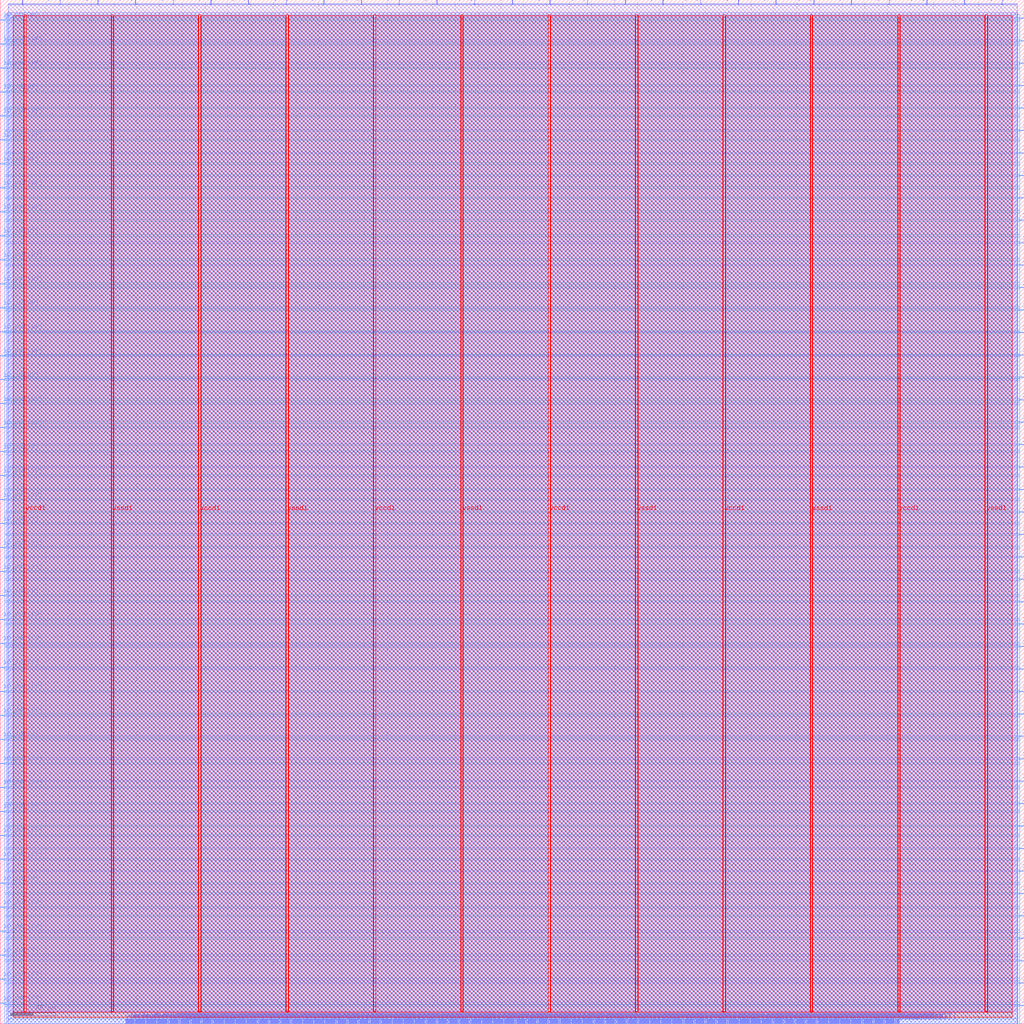
<source format=lef>
VERSION 5.7 ;
  NOWIREEXTENSIONATPIN ON ;
  DIVIDERCHAR "/" ;
  BUSBITCHARS "[]" ;
MACRO chaos_automaton_full
  CLASS BLOCK ;
  FOREIGN chaos_automaton_full ;
  ORIGIN 0.000 0.000 ;
  SIZE 900.000 BY 900.000 ;
  PIN io_in[0]
    DIRECTION INPUT ;
    USE SIGNAL ;
    PORT
      LAYER met3 ;
        RECT 896.000 15.680 900.000 16.280 ;
    END
  END io_in[0]
  PIN io_in[10]
    DIRECTION INPUT ;
    USE SIGNAL ;
    PORT
      LAYER met3 ;
        RECT 896.000 607.280 900.000 607.880 ;
    END
  END io_in[10]
  PIN io_in[11]
    DIRECTION INPUT ;
    USE SIGNAL ;
    PORT
      LAYER met3 ;
        RECT 896.000 666.440 900.000 667.040 ;
    END
  END io_in[11]
  PIN io_in[12]
    DIRECTION INPUT ;
    USE SIGNAL ;
    PORT
      LAYER met3 ;
        RECT 896.000 725.600 900.000 726.200 ;
    END
  END io_in[12]
  PIN io_in[13]
    DIRECTION INPUT ;
    USE SIGNAL ;
    PORT
      LAYER met3 ;
        RECT 896.000 784.760 900.000 785.360 ;
    END
  END io_in[13]
  PIN io_in[14]
    DIRECTION INPUT ;
    USE SIGNAL ;
    PORT
      LAYER met3 ;
        RECT 896.000 843.920 900.000 844.520 ;
    END
  END io_in[14]
  PIN io_in[15]
    DIRECTION INPUT ;
    USE SIGNAL ;
    PORT
      LAYER met2 ;
        RECT 880.530 896.000 880.810 900.000 ;
    END
  END io_in[15]
  PIN io_in[16]
    DIRECTION INPUT ;
    USE SIGNAL ;
    PORT
      LAYER met2 ;
        RECT 781.170 896.000 781.450 900.000 ;
    END
  END io_in[16]
  PIN io_in[17]
    DIRECTION INPUT ;
    USE SIGNAL ;
    PORT
      LAYER met2 ;
        RECT 681.810 896.000 682.090 900.000 ;
    END
  END io_in[17]
  PIN io_in[18]
    DIRECTION INPUT ;
    USE SIGNAL ;
    PORT
      LAYER met2 ;
        RECT 582.450 896.000 582.730 900.000 ;
    END
  END io_in[18]
  PIN io_in[19]
    DIRECTION INPUT ;
    USE SIGNAL ;
    PORT
      LAYER met2 ;
        RECT 483.090 896.000 483.370 900.000 ;
    END
  END io_in[19]
  PIN io_in[1]
    DIRECTION INPUT ;
    USE SIGNAL ;
    PORT
      LAYER met3 ;
        RECT 896.000 74.840 900.000 75.440 ;
    END
  END io_in[1]
  PIN io_in[20]
    DIRECTION INPUT ;
    USE SIGNAL ;
    PORT
      LAYER met2 ;
        RECT 383.730 896.000 384.010 900.000 ;
    END
  END io_in[20]
  PIN io_in[21]
    DIRECTION INPUT ;
    USE SIGNAL ;
    PORT
      LAYER met2 ;
        RECT 284.370 896.000 284.650 900.000 ;
    END
  END io_in[21]
  PIN io_in[22]
    DIRECTION INPUT ;
    USE SIGNAL ;
    PORT
      LAYER met2 ;
        RECT 185.010 896.000 185.290 900.000 ;
    END
  END io_in[22]
  PIN io_in[23]
    DIRECTION INPUT ;
    USE SIGNAL ;
    PORT
      LAYER met2 ;
        RECT 85.650 896.000 85.930 900.000 ;
    END
  END io_in[23]
  PIN io_in[24]
    DIRECTION INPUT ;
    USE SIGNAL ;
    PORT
      LAYER met3 ;
        RECT 0.000 882.000 4.000 882.600 ;
    END
  END io_in[24]
  PIN io_in[25]
    DIRECTION INPUT ;
    USE SIGNAL ;
    PORT
      LAYER met3 ;
        RECT 0.000 818.760 4.000 819.360 ;
    END
  END io_in[25]
  PIN io_in[26]
    DIRECTION INPUT ;
    USE SIGNAL ;
    PORT
      LAYER met3 ;
        RECT 0.000 755.520 4.000 756.120 ;
    END
  END io_in[26]
  PIN io_in[27]
    DIRECTION INPUT ;
    USE SIGNAL ;
    PORT
      LAYER met3 ;
        RECT 0.000 692.280 4.000 692.880 ;
    END
  END io_in[27]
  PIN io_in[28]
    DIRECTION INPUT ;
    USE SIGNAL ;
    PORT
      LAYER met3 ;
        RECT 0.000 629.040 4.000 629.640 ;
    END
  END io_in[28]
  PIN io_in[29]
    DIRECTION INPUT ;
    USE SIGNAL ;
    PORT
      LAYER met3 ;
        RECT 0.000 565.800 4.000 566.400 ;
    END
  END io_in[29]
  PIN io_in[2]
    DIRECTION INPUT ;
    USE SIGNAL ;
    PORT
      LAYER met3 ;
        RECT 896.000 134.000 900.000 134.600 ;
    END
  END io_in[2]
  PIN io_in[30]
    DIRECTION INPUT ;
    USE SIGNAL ;
    PORT
      LAYER met3 ;
        RECT 0.000 502.560 4.000 503.160 ;
    END
  END io_in[30]
  PIN io_in[31]
    DIRECTION INPUT ;
    USE SIGNAL ;
    PORT
      LAYER met3 ;
        RECT 0.000 439.320 4.000 439.920 ;
    END
  END io_in[31]
  PIN io_in[32]
    DIRECTION INPUT ;
    USE SIGNAL ;
    PORT
      LAYER met3 ;
        RECT 0.000 376.080 4.000 376.680 ;
    END
  END io_in[32]
  PIN io_in[33]
    DIRECTION INPUT ;
    USE SIGNAL ;
    PORT
      LAYER met3 ;
        RECT 0.000 312.840 4.000 313.440 ;
    END
  END io_in[33]
  PIN io_in[34]
    DIRECTION INPUT ;
    USE SIGNAL ;
    PORT
      LAYER met3 ;
        RECT 0.000 249.600 4.000 250.200 ;
    END
  END io_in[34]
  PIN io_in[35]
    DIRECTION INPUT ;
    USE SIGNAL ;
    PORT
      LAYER met3 ;
        RECT 0.000 186.360 4.000 186.960 ;
    END
  END io_in[35]
  PIN io_in[36]
    DIRECTION INPUT ;
    USE SIGNAL ;
    PORT
      LAYER met3 ;
        RECT 0.000 123.120 4.000 123.720 ;
    END
  END io_in[36]
  PIN io_in[37]
    DIRECTION INPUT ;
    USE SIGNAL ;
    PORT
      LAYER met3 ;
        RECT 0.000 59.880 4.000 60.480 ;
    END
  END io_in[37]
  PIN io_in[3]
    DIRECTION INPUT ;
    USE SIGNAL ;
    PORT
      LAYER met3 ;
        RECT 896.000 193.160 900.000 193.760 ;
    END
  END io_in[3]
  PIN io_in[4]
    DIRECTION INPUT ;
    USE SIGNAL ;
    PORT
      LAYER met3 ;
        RECT 896.000 252.320 900.000 252.920 ;
    END
  END io_in[4]
  PIN io_in[5]
    DIRECTION INPUT ;
    USE SIGNAL ;
    PORT
      LAYER met3 ;
        RECT 896.000 311.480 900.000 312.080 ;
    END
  END io_in[5]
  PIN io_in[6]
    DIRECTION INPUT ;
    USE SIGNAL ;
    PORT
      LAYER met3 ;
        RECT 896.000 370.640 900.000 371.240 ;
    END
  END io_in[6]
  PIN io_in[7]
    DIRECTION INPUT ;
    USE SIGNAL ;
    PORT
      LAYER met3 ;
        RECT 896.000 429.800 900.000 430.400 ;
    END
  END io_in[7]
  PIN io_in[8]
    DIRECTION INPUT ;
    USE SIGNAL ;
    PORT
      LAYER met3 ;
        RECT 896.000 488.960 900.000 489.560 ;
    END
  END io_in[8]
  PIN io_in[9]
    DIRECTION INPUT ;
    USE SIGNAL ;
    PORT
      LAYER met3 ;
        RECT 896.000 548.120 900.000 548.720 ;
    END
  END io_in[9]
  PIN io_oeb[0]
    DIRECTION OUTPUT TRISTATE ;
    USE SIGNAL ;
    PORT
      LAYER met3 ;
        RECT 896.000 55.120 900.000 55.720 ;
    END
  END io_oeb[0]
  PIN io_oeb[10]
    DIRECTION OUTPUT TRISTATE ;
    USE SIGNAL ;
    PORT
      LAYER met3 ;
        RECT 896.000 646.720 900.000 647.320 ;
    END
  END io_oeb[10]
  PIN io_oeb[11]
    DIRECTION OUTPUT TRISTATE ;
    USE SIGNAL ;
    PORT
      LAYER met3 ;
        RECT 896.000 705.880 900.000 706.480 ;
    END
  END io_oeb[11]
  PIN io_oeb[12]
    DIRECTION OUTPUT TRISTATE ;
    USE SIGNAL ;
    PORT
      LAYER met3 ;
        RECT 896.000 765.040 900.000 765.640 ;
    END
  END io_oeb[12]
  PIN io_oeb[13]
    DIRECTION OUTPUT TRISTATE ;
    USE SIGNAL ;
    PORT
      LAYER met3 ;
        RECT 896.000 824.200 900.000 824.800 ;
    END
  END io_oeb[13]
  PIN io_oeb[14]
    DIRECTION OUTPUT TRISTATE ;
    USE SIGNAL ;
    PORT
      LAYER met3 ;
        RECT 896.000 883.360 900.000 883.960 ;
    END
  END io_oeb[14]
  PIN io_oeb[15]
    DIRECTION OUTPUT TRISTATE ;
    USE SIGNAL ;
    PORT
      LAYER met2 ;
        RECT 814.290 896.000 814.570 900.000 ;
    END
  END io_oeb[15]
  PIN io_oeb[16]
    DIRECTION OUTPUT TRISTATE ;
    USE SIGNAL ;
    PORT
      LAYER met2 ;
        RECT 714.930 896.000 715.210 900.000 ;
    END
  END io_oeb[16]
  PIN io_oeb[17]
    DIRECTION OUTPUT TRISTATE ;
    USE SIGNAL ;
    PORT
      LAYER met2 ;
        RECT 615.570 896.000 615.850 900.000 ;
    END
  END io_oeb[17]
  PIN io_oeb[18]
    DIRECTION OUTPUT TRISTATE ;
    USE SIGNAL ;
    PORT
      LAYER met2 ;
        RECT 516.210 896.000 516.490 900.000 ;
    END
  END io_oeb[18]
  PIN io_oeb[19]
    DIRECTION OUTPUT TRISTATE ;
    USE SIGNAL ;
    PORT
      LAYER met2 ;
        RECT 416.850 896.000 417.130 900.000 ;
    END
  END io_oeb[19]
  PIN io_oeb[1]
    DIRECTION OUTPUT TRISTATE ;
    USE SIGNAL ;
    PORT
      LAYER met3 ;
        RECT 896.000 114.280 900.000 114.880 ;
    END
  END io_oeb[1]
  PIN io_oeb[20]
    DIRECTION OUTPUT TRISTATE ;
    USE SIGNAL ;
    PORT
      LAYER met2 ;
        RECT 317.490 896.000 317.770 900.000 ;
    END
  END io_oeb[20]
  PIN io_oeb[21]
    DIRECTION OUTPUT TRISTATE ;
    USE SIGNAL ;
    PORT
      LAYER met2 ;
        RECT 218.130 896.000 218.410 900.000 ;
    END
  END io_oeb[21]
  PIN io_oeb[22]
    DIRECTION OUTPUT TRISTATE ;
    USE SIGNAL ;
    PORT
      LAYER met2 ;
        RECT 118.770 896.000 119.050 900.000 ;
    END
  END io_oeb[22]
  PIN io_oeb[23]
    DIRECTION OUTPUT TRISTATE ;
    USE SIGNAL ;
    PORT
      LAYER met2 ;
        RECT 19.410 896.000 19.690 900.000 ;
    END
  END io_oeb[23]
  PIN io_oeb[24]
    DIRECTION OUTPUT TRISTATE ;
    USE SIGNAL ;
    PORT
      LAYER met3 ;
        RECT 0.000 839.840 4.000 840.440 ;
    END
  END io_oeb[24]
  PIN io_oeb[25]
    DIRECTION OUTPUT TRISTATE ;
    USE SIGNAL ;
    PORT
      LAYER met3 ;
        RECT 0.000 776.600 4.000 777.200 ;
    END
  END io_oeb[25]
  PIN io_oeb[26]
    DIRECTION OUTPUT TRISTATE ;
    USE SIGNAL ;
    PORT
      LAYER met3 ;
        RECT 0.000 713.360 4.000 713.960 ;
    END
  END io_oeb[26]
  PIN io_oeb[27]
    DIRECTION OUTPUT TRISTATE ;
    USE SIGNAL ;
    PORT
      LAYER met3 ;
        RECT 0.000 650.120 4.000 650.720 ;
    END
  END io_oeb[27]
  PIN io_oeb[28]
    DIRECTION OUTPUT TRISTATE ;
    USE SIGNAL ;
    PORT
      LAYER met3 ;
        RECT 0.000 586.880 4.000 587.480 ;
    END
  END io_oeb[28]
  PIN io_oeb[29]
    DIRECTION OUTPUT TRISTATE ;
    USE SIGNAL ;
    PORT
      LAYER met3 ;
        RECT 0.000 523.640 4.000 524.240 ;
    END
  END io_oeb[29]
  PIN io_oeb[2]
    DIRECTION OUTPUT TRISTATE ;
    USE SIGNAL ;
    PORT
      LAYER met3 ;
        RECT 896.000 173.440 900.000 174.040 ;
    END
  END io_oeb[2]
  PIN io_oeb[30]
    DIRECTION OUTPUT TRISTATE ;
    USE SIGNAL ;
    PORT
      LAYER met3 ;
        RECT 0.000 460.400 4.000 461.000 ;
    END
  END io_oeb[30]
  PIN io_oeb[31]
    DIRECTION OUTPUT TRISTATE ;
    USE SIGNAL ;
    PORT
      LAYER met3 ;
        RECT 0.000 397.160 4.000 397.760 ;
    END
  END io_oeb[31]
  PIN io_oeb[32]
    DIRECTION OUTPUT TRISTATE ;
    USE SIGNAL ;
    PORT
      LAYER met3 ;
        RECT 0.000 333.920 4.000 334.520 ;
    END
  END io_oeb[32]
  PIN io_oeb[33]
    DIRECTION OUTPUT TRISTATE ;
    USE SIGNAL ;
    PORT
      LAYER met3 ;
        RECT 0.000 270.680 4.000 271.280 ;
    END
  END io_oeb[33]
  PIN io_oeb[34]
    DIRECTION OUTPUT TRISTATE ;
    USE SIGNAL ;
    PORT
      LAYER met3 ;
        RECT 0.000 207.440 4.000 208.040 ;
    END
  END io_oeb[34]
  PIN io_oeb[35]
    DIRECTION OUTPUT TRISTATE ;
    USE SIGNAL ;
    PORT
      LAYER met3 ;
        RECT 0.000 144.200 4.000 144.800 ;
    END
  END io_oeb[35]
  PIN io_oeb[36]
    DIRECTION OUTPUT TRISTATE ;
    USE SIGNAL ;
    PORT
      LAYER met3 ;
        RECT 0.000 80.960 4.000 81.560 ;
    END
  END io_oeb[36]
  PIN io_oeb[37]
    DIRECTION OUTPUT TRISTATE ;
    USE SIGNAL ;
    PORT
      LAYER met3 ;
        RECT 0.000 17.720 4.000 18.320 ;
    END
  END io_oeb[37]
  PIN io_oeb[3]
    DIRECTION OUTPUT TRISTATE ;
    USE SIGNAL ;
    PORT
      LAYER met3 ;
        RECT 896.000 232.600 900.000 233.200 ;
    END
  END io_oeb[3]
  PIN io_oeb[4]
    DIRECTION OUTPUT TRISTATE ;
    USE SIGNAL ;
    PORT
      LAYER met3 ;
        RECT 896.000 291.760 900.000 292.360 ;
    END
  END io_oeb[4]
  PIN io_oeb[5]
    DIRECTION OUTPUT TRISTATE ;
    USE SIGNAL ;
    PORT
      LAYER met3 ;
        RECT 896.000 350.920 900.000 351.520 ;
    END
  END io_oeb[5]
  PIN io_oeb[6]
    DIRECTION OUTPUT TRISTATE ;
    USE SIGNAL ;
    PORT
      LAYER met3 ;
        RECT 896.000 410.080 900.000 410.680 ;
    END
  END io_oeb[6]
  PIN io_oeb[7]
    DIRECTION OUTPUT TRISTATE ;
    USE SIGNAL ;
    PORT
      LAYER met3 ;
        RECT 896.000 469.240 900.000 469.840 ;
    END
  END io_oeb[7]
  PIN io_oeb[8]
    DIRECTION OUTPUT TRISTATE ;
    USE SIGNAL ;
    PORT
      LAYER met3 ;
        RECT 896.000 528.400 900.000 529.000 ;
    END
  END io_oeb[8]
  PIN io_oeb[9]
    DIRECTION OUTPUT TRISTATE ;
    USE SIGNAL ;
    PORT
      LAYER met3 ;
        RECT 896.000 587.560 900.000 588.160 ;
    END
  END io_oeb[9]
  PIN io_out[0]
    DIRECTION OUTPUT TRISTATE ;
    USE SIGNAL ;
    PORT
      LAYER met3 ;
        RECT 896.000 35.400 900.000 36.000 ;
    END
  END io_out[0]
  PIN io_out[10]
    DIRECTION OUTPUT TRISTATE ;
    USE SIGNAL ;
    PORT
      LAYER met3 ;
        RECT 896.000 627.000 900.000 627.600 ;
    END
  END io_out[10]
  PIN io_out[11]
    DIRECTION OUTPUT TRISTATE ;
    USE SIGNAL ;
    PORT
      LAYER met3 ;
        RECT 896.000 686.160 900.000 686.760 ;
    END
  END io_out[11]
  PIN io_out[12]
    DIRECTION OUTPUT TRISTATE ;
    USE SIGNAL ;
    PORT
      LAYER met3 ;
        RECT 896.000 745.320 900.000 745.920 ;
    END
  END io_out[12]
  PIN io_out[13]
    DIRECTION OUTPUT TRISTATE ;
    USE SIGNAL ;
    PORT
      LAYER met3 ;
        RECT 896.000 804.480 900.000 805.080 ;
    END
  END io_out[13]
  PIN io_out[14]
    DIRECTION OUTPUT TRISTATE ;
    USE SIGNAL ;
    PORT
      LAYER met3 ;
        RECT 896.000 863.640 900.000 864.240 ;
    END
  END io_out[14]
  PIN io_out[15]
    DIRECTION OUTPUT TRISTATE ;
    USE SIGNAL ;
    PORT
      LAYER met2 ;
        RECT 847.410 896.000 847.690 900.000 ;
    END
  END io_out[15]
  PIN io_out[16]
    DIRECTION OUTPUT TRISTATE ;
    USE SIGNAL ;
    PORT
      LAYER met2 ;
        RECT 748.050 896.000 748.330 900.000 ;
    END
  END io_out[16]
  PIN io_out[17]
    DIRECTION OUTPUT TRISTATE ;
    USE SIGNAL ;
    PORT
      LAYER met2 ;
        RECT 648.690 896.000 648.970 900.000 ;
    END
  END io_out[17]
  PIN io_out[18]
    DIRECTION OUTPUT TRISTATE ;
    USE SIGNAL ;
    PORT
      LAYER met2 ;
        RECT 549.330 896.000 549.610 900.000 ;
    END
  END io_out[18]
  PIN io_out[19]
    DIRECTION OUTPUT TRISTATE ;
    USE SIGNAL ;
    PORT
      LAYER met2 ;
        RECT 449.970 896.000 450.250 900.000 ;
    END
  END io_out[19]
  PIN io_out[1]
    DIRECTION OUTPUT TRISTATE ;
    USE SIGNAL ;
    PORT
      LAYER met3 ;
        RECT 896.000 94.560 900.000 95.160 ;
    END
  END io_out[1]
  PIN io_out[20]
    DIRECTION OUTPUT TRISTATE ;
    USE SIGNAL ;
    PORT
      LAYER met2 ;
        RECT 350.610 896.000 350.890 900.000 ;
    END
  END io_out[20]
  PIN io_out[21]
    DIRECTION OUTPUT TRISTATE ;
    USE SIGNAL ;
    PORT
      LAYER met2 ;
        RECT 251.250 896.000 251.530 900.000 ;
    END
  END io_out[21]
  PIN io_out[22]
    DIRECTION OUTPUT TRISTATE ;
    USE SIGNAL ;
    PORT
      LAYER met2 ;
        RECT 151.890 896.000 152.170 900.000 ;
    END
  END io_out[22]
  PIN io_out[23]
    DIRECTION OUTPUT TRISTATE ;
    USE SIGNAL ;
    PORT
      LAYER met2 ;
        RECT 52.530 896.000 52.810 900.000 ;
    END
  END io_out[23]
  PIN io_out[24]
    DIRECTION OUTPUT TRISTATE ;
    USE SIGNAL ;
    PORT
      LAYER met3 ;
        RECT 0.000 860.920 4.000 861.520 ;
    END
  END io_out[24]
  PIN io_out[25]
    DIRECTION OUTPUT TRISTATE ;
    USE SIGNAL ;
    PORT
      LAYER met3 ;
        RECT 0.000 797.680 4.000 798.280 ;
    END
  END io_out[25]
  PIN io_out[26]
    DIRECTION OUTPUT TRISTATE ;
    USE SIGNAL ;
    PORT
      LAYER met3 ;
        RECT 0.000 734.440 4.000 735.040 ;
    END
  END io_out[26]
  PIN io_out[27]
    DIRECTION OUTPUT TRISTATE ;
    USE SIGNAL ;
    PORT
      LAYER met3 ;
        RECT 0.000 671.200 4.000 671.800 ;
    END
  END io_out[27]
  PIN io_out[28]
    DIRECTION OUTPUT TRISTATE ;
    USE SIGNAL ;
    PORT
      LAYER met3 ;
        RECT 0.000 607.960 4.000 608.560 ;
    END
  END io_out[28]
  PIN io_out[29]
    DIRECTION OUTPUT TRISTATE ;
    USE SIGNAL ;
    PORT
      LAYER met3 ;
        RECT 0.000 544.720 4.000 545.320 ;
    END
  END io_out[29]
  PIN io_out[2]
    DIRECTION OUTPUT TRISTATE ;
    USE SIGNAL ;
    PORT
      LAYER met3 ;
        RECT 896.000 153.720 900.000 154.320 ;
    END
  END io_out[2]
  PIN io_out[30]
    DIRECTION OUTPUT TRISTATE ;
    USE SIGNAL ;
    PORT
      LAYER met3 ;
        RECT 0.000 481.480 4.000 482.080 ;
    END
  END io_out[30]
  PIN io_out[31]
    DIRECTION OUTPUT TRISTATE ;
    USE SIGNAL ;
    PORT
      LAYER met3 ;
        RECT 0.000 418.240 4.000 418.840 ;
    END
  END io_out[31]
  PIN io_out[32]
    DIRECTION OUTPUT TRISTATE ;
    USE SIGNAL ;
    PORT
      LAYER met3 ;
        RECT 0.000 355.000 4.000 355.600 ;
    END
  END io_out[32]
  PIN io_out[33]
    DIRECTION OUTPUT TRISTATE ;
    USE SIGNAL ;
    PORT
      LAYER met3 ;
        RECT 0.000 291.760 4.000 292.360 ;
    END
  END io_out[33]
  PIN io_out[34]
    DIRECTION OUTPUT TRISTATE ;
    USE SIGNAL ;
    PORT
      LAYER met3 ;
        RECT 0.000 228.520 4.000 229.120 ;
    END
  END io_out[34]
  PIN io_out[35]
    DIRECTION OUTPUT TRISTATE ;
    USE SIGNAL ;
    PORT
      LAYER met3 ;
        RECT 0.000 165.280 4.000 165.880 ;
    END
  END io_out[35]
  PIN io_out[36]
    DIRECTION OUTPUT TRISTATE ;
    USE SIGNAL ;
    PORT
      LAYER met3 ;
        RECT 0.000 102.040 4.000 102.640 ;
    END
  END io_out[36]
  PIN io_out[37]
    DIRECTION OUTPUT TRISTATE ;
    USE SIGNAL ;
    PORT
      LAYER met3 ;
        RECT 0.000 38.800 4.000 39.400 ;
    END
  END io_out[37]
  PIN io_out[3]
    DIRECTION OUTPUT TRISTATE ;
    USE SIGNAL ;
    PORT
      LAYER met3 ;
        RECT 896.000 212.880 900.000 213.480 ;
    END
  END io_out[3]
  PIN io_out[4]
    DIRECTION OUTPUT TRISTATE ;
    USE SIGNAL ;
    PORT
      LAYER met3 ;
        RECT 896.000 272.040 900.000 272.640 ;
    END
  END io_out[4]
  PIN io_out[5]
    DIRECTION OUTPUT TRISTATE ;
    USE SIGNAL ;
    PORT
      LAYER met3 ;
        RECT 896.000 331.200 900.000 331.800 ;
    END
  END io_out[5]
  PIN io_out[6]
    DIRECTION OUTPUT TRISTATE ;
    USE SIGNAL ;
    PORT
      LAYER met3 ;
        RECT 896.000 390.360 900.000 390.960 ;
    END
  END io_out[6]
  PIN io_out[7]
    DIRECTION OUTPUT TRISTATE ;
    USE SIGNAL ;
    PORT
      LAYER met3 ;
        RECT 896.000 449.520 900.000 450.120 ;
    END
  END io_out[7]
  PIN io_out[8]
    DIRECTION OUTPUT TRISTATE ;
    USE SIGNAL ;
    PORT
      LAYER met3 ;
        RECT 896.000 508.680 900.000 509.280 ;
    END
  END io_out[8]
  PIN io_out[9]
    DIRECTION OUTPUT TRISTATE ;
    USE SIGNAL ;
    PORT
      LAYER met3 ;
        RECT 896.000 567.840 900.000 568.440 ;
    END
  END io_out[9]
  PIN irq[0]
    DIRECTION OUTPUT TRISTATE ;
    USE SIGNAL ;
    PORT
      LAYER met2 ;
        RECT 786.690 0.000 786.970 4.000 ;
    END
  END irq[0]
  PIN irq[1]
    DIRECTION OUTPUT TRISTATE ;
    USE SIGNAL ;
    PORT
      LAYER met2 ;
        RECT 788.070 0.000 788.350 4.000 ;
    END
  END irq[1]
  PIN irq[2]
    DIRECTION OUTPUT TRISTATE ;
    USE SIGNAL ;
    PORT
      LAYER met2 ;
        RECT 789.450 0.000 789.730 4.000 ;
    END
  END irq[2]
  PIN la_data_in[0]
    DIRECTION INPUT ;
    USE SIGNAL ;
    PORT
      LAYER met2 ;
        RECT 256.770 0.000 257.050 4.000 ;
    END
  END la_data_in[0]
  PIN la_data_in[100]
    DIRECTION INPUT ;
    USE SIGNAL ;
    PORT
      LAYER met2 ;
        RECT 670.770 0.000 671.050 4.000 ;
    END
  END la_data_in[100]
  PIN la_data_in[101]
    DIRECTION INPUT ;
    USE SIGNAL ;
    PORT
      LAYER met2 ;
        RECT 674.910 0.000 675.190 4.000 ;
    END
  END la_data_in[101]
  PIN la_data_in[102]
    DIRECTION INPUT ;
    USE SIGNAL ;
    PORT
      LAYER met2 ;
        RECT 679.050 0.000 679.330 4.000 ;
    END
  END la_data_in[102]
  PIN la_data_in[103]
    DIRECTION INPUT ;
    USE SIGNAL ;
    PORT
      LAYER met2 ;
        RECT 683.190 0.000 683.470 4.000 ;
    END
  END la_data_in[103]
  PIN la_data_in[104]
    DIRECTION INPUT ;
    USE SIGNAL ;
    PORT
      LAYER met2 ;
        RECT 687.330 0.000 687.610 4.000 ;
    END
  END la_data_in[104]
  PIN la_data_in[105]
    DIRECTION INPUT ;
    USE SIGNAL ;
    PORT
      LAYER met2 ;
        RECT 691.470 0.000 691.750 4.000 ;
    END
  END la_data_in[105]
  PIN la_data_in[106]
    DIRECTION INPUT ;
    USE SIGNAL ;
    PORT
      LAYER met2 ;
        RECT 695.610 0.000 695.890 4.000 ;
    END
  END la_data_in[106]
  PIN la_data_in[107]
    DIRECTION INPUT ;
    USE SIGNAL ;
    PORT
      LAYER met2 ;
        RECT 699.750 0.000 700.030 4.000 ;
    END
  END la_data_in[107]
  PIN la_data_in[108]
    DIRECTION INPUT ;
    USE SIGNAL ;
    PORT
      LAYER met2 ;
        RECT 703.890 0.000 704.170 4.000 ;
    END
  END la_data_in[108]
  PIN la_data_in[109]
    DIRECTION INPUT ;
    USE SIGNAL ;
    PORT
      LAYER met2 ;
        RECT 708.030 0.000 708.310 4.000 ;
    END
  END la_data_in[109]
  PIN la_data_in[10]
    DIRECTION INPUT ;
    USE SIGNAL ;
    PORT
      LAYER met2 ;
        RECT 298.170 0.000 298.450 4.000 ;
    END
  END la_data_in[10]
  PIN la_data_in[110]
    DIRECTION INPUT ;
    USE SIGNAL ;
    PORT
      LAYER met2 ;
        RECT 712.170 0.000 712.450 4.000 ;
    END
  END la_data_in[110]
  PIN la_data_in[111]
    DIRECTION INPUT ;
    USE SIGNAL ;
    PORT
      LAYER met2 ;
        RECT 716.310 0.000 716.590 4.000 ;
    END
  END la_data_in[111]
  PIN la_data_in[112]
    DIRECTION INPUT ;
    USE SIGNAL ;
    PORT
      LAYER met2 ;
        RECT 720.450 0.000 720.730 4.000 ;
    END
  END la_data_in[112]
  PIN la_data_in[113]
    DIRECTION INPUT ;
    USE SIGNAL ;
    PORT
      LAYER met2 ;
        RECT 724.590 0.000 724.870 4.000 ;
    END
  END la_data_in[113]
  PIN la_data_in[114]
    DIRECTION INPUT ;
    USE SIGNAL ;
    PORT
      LAYER met2 ;
        RECT 728.730 0.000 729.010 4.000 ;
    END
  END la_data_in[114]
  PIN la_data_in[115]
    DIRECTION INPUT ;
    USE SIGNAL ;
    PORT
      LAYER met2 ;
        RECT 732.870 0.000 733.150 4.000 ;
    END
  END la_data_in[115]
  PIN la_data_in[116]
    DIRECTION INPUT ;
    USE SIGNAL ;
    PORT
      LAYER met2 ;
        RECT 737.010 0.000 737.290 4.000 ;
    END
  END la_data_in[116]
  PIN la_data_in[117]
    DIRECTION INPUT ;
    USE SIGNAL ;
    PORT
      LAYER met2 ;
        RECT 741.150 0.000 741.430 4.000 ;
    END
  END la_data_in[117]
  PIN la_data_in[118]
    DIRECTION INPUT ;
    USE SIGNAL ;
    PORT
      LAYER met2 ;
        RECT 745.290 0.000 745.570 4.000 ;
    END
  END la_data_in[118]
  PIN la_data_in[119]
    DIRECTION INPUT ;
    USE SIGNAL ;
    PORT
      LAYER met2 ;
        RECT 749.430 0.000 749.710 4.000 ;
    END
  END la_data_in[119]
  PIN la_data_in[11]
    DIRECTION INPUT ;
    USE SIGNAL ;
    PORT
      LAYER met2 ;
        RECT 302.310 0.000 302.590 4.000 ;
    END
  END la_data_in[11]
  PIN la_data_in[120]
    DIRECTION INPUT ;
    USE SIGNAL ;
    PORT
      LAYER met2 ;
        RECT 753.570 0.000 753.850 4.000 ;
    END
  END la_data_in[120]
  PIN la_data_in[121]
    DIRECTION INPUT ;
    USE SIGNAL ;
    PORT
      LAYER met2 ;
        RECT 757.710 0.000 757.990 4.000 ;
    END
  END la_data_in[121]
  PIN la_data_in[122]
    DIRECTION INPUT ;
    USE SIGNAL ;
    PORT
      LAYER met2 ;
        RECT 761.850 0.000 762.130 4.000 ;
    END
  END la_data_in[122]
  PIN la_data_in[123]
    DIRECTION INPUT ;
    USE SIGNAL ;
    PORT
      LAYER met2 ;
        RECT 765.990 0.000 766.270 4.000 ;
    END
  END la_data_in[123]
  PIN la_data_in[124]
    DIRECTION INPUT ;
    USE SIGNAL ;
    PORT
      LAYER met2 ;
        RECT 770.130 0.000 770.410 4.000 ;
    END
  END la_data_in[124]
  PIN la_data_in[125]
    DIRECTION INPUT ;
    USE SIGNAL ;
    PORT
      LAYER met2 ;
        RECT 774.270 0.000 774.550 4.000 ;
    END
  END la_data_in[125]
  PIN la_data_in[126]
    DIRECTION INPUT ;
    USE SIGNAL ;
    PORT
      LAYER met2 ;
        RECT 778.410 0.000 778.690 4.000 ;
    END
  END la_data_in[126]
  PIN la_data_in[127]
    DIRECTION INPUT ;
    USE SIGNAL ;
    PORT
      LAYER met2 ;
        RECT 782.550 0.000 782.830 4.000 ;
    END
  END la_data_in[127]
  PIN la_data_in[12]
    DIRECTION INPUT ;
    USE SIGNAL ;
    PORT
      LAYER met2 ;
        RECT 306.450 0.000 306.730 4.000 ;
    END
  END la_data_in[12]
  PIN la_data_in[13]
    DIRECTION INPUT ;
    USE SIGNAL ;
    PORT
      LAYER met2 ;
        RECT 310.590 0.000 310.870 4.000 ;
    END
  END la_data_in[13]
  PIN la_data_in[14]
    DIRECTION INPUT ;
    USE SIGNAL ;
    PORT
      LAYER met2 ;
        RECT 314.730 0.000 315.010 4.000 ;
    END
  END la_data_in[14]
  PIN la_data_in[15]
    DIRECTION INPUT ;
    USE SIGNAL ;
    PORT
      LAYER met2 ;
        RECT 318.870 0.000 319.150 4.000 ;
    END
  END la_data_in[15]
  PIN la_data_in[16]
    DIRECTION INPUT ;
    USE SIGNAL ;
    PORT
      LAYER met2 ;
        RECT 323.010 0.000 323.290 4.000 ;
    END
  END la_data_in[16]
  PIN la_data_in[17]
    DIRECTION INPUT ;
    USE SIGNAL ;
    PORT
      LAYER met2 ;
        RECT 327.150 0.000 327.430 4.000 ;
    END
  END la_data_in[17]
  PIN la_data_in[18]
    DIRECTION INPUT ;
    USE SIGNAL ;
    PORT
      LAYER met2 ;
        RECT 331.290 0.000 331.570 4.000 ;
    END
  END la_data_in[18]
  PIN la_data_in[19]
    DIRECTION INPUT ;
    USE SIGNAL ;
    PORT
      LAYER met2 ;
        RECT 335.430 0.000 335.710 4.000 ;
    END
  END la_data_in[19]
  PIN la_data_in[1]
    DIRECTION INPUT ;
    USE SIGNAL ;
    PORT
      LAYER met2 ;
        RECT 260.910 0.000 261.190 4.000 ;
    END
  END la_data_in[1]
  PIN la_data_in[20]
    DIRECTION INPUT ;
    USE SIGNAL ;
    PORT
      LAYER met2 ;
        RECT 339.570 0.000 339.850 4.000 ;
    END
  END la_data_in[20]
  PIN la_data_in[21]
    DIRECTION INPUT ;
    USE SIGNAL ;
    PORT
      LAYER met2 ;
        RECT 343.710 0.000 343.990 4.000 ;
    END
  END la_data_in[21]
  PIN la_data_in[22]
    DIRECTION INPUT ;
    USE SIGNAL ;
    PORT
      LAYER met2 ;
        RECT 347.850 0.000 348.130 4.000 ;
    END
  END la_data_in[22]
  PIN la_data_in[23]
    DIRECTION INPUT ;
    USE SIGNAL ;
    PORT
      LAYER met2 ;
        RECT 351.990 0.000 352.270 4.000 ;
    END
  END la_data_in[23]
  PIN la_data_in[24]
    DIRECTION INPUT ;
    USE SIGNAL ;
    PORT
      LAYER met2 ;
        RECT 356.130 0.000 356.410 4.000 ;
    END
  END la_data_in[24]
  PIN la_data_in[25]
    DIRECTION INPUT ;
    USE SIGNAL ;
    PORT
      LAYER met2 ;
        RECT 360.270 0.000 360.550 4.000 ;
    END
  END la_data_in[25]
  PIN la_data_in[26]
    DIRECTION INPUT ;
    USE SIGNAL ;
    PORT
      LAYER met2 ;
        RECT 364.410 0.000 364.690 4.000 ;
    END
  END la_data_in[26]
  PIN la_data_in[27]
    DIRECTION INPUT ;
    USE SIGNAL ;
    PORT
      LAYER met2 ;
        RECT 368.550 0.000 368.830 4.000 ;
    END
  END la_data_in[27]
  PIN la_data_in[28]
    DIRECTION INPUT ;
    USE SIGNAL ;
    PORT
      LAYER met2 ;
        RECT 372.690 0.000 372.970 4.000 ;
    END
  END la_data_in[28]
  PIN la_data_in[29]
    DIRECTION INPUT ;
    USE SIGNAL ;
    PORT
      LAYER met2 ;
        RECT 376.830 0.000 377.110 4.000 ;
    END
  END la_data_in[29]
  PIN la_data_in[2]
    DIRECTION INPUT ;
    USE SIGNAL ;
    PORT
      LAYER met2 ;
        RECT 265.050 0.000 265.330 4.000 ;
    END
  END la_data_in[2]
  PIN la_data_in[30]
    DIRECTION INPUT ;
    USE SIGNAL ;
    PORT
      LAYER met2 ;
        RECT 380.970 0.000 381.250 4.000 ;
    END
  END la_data_in[30]
  PIN la_data_in[31]
    DIRECTION INPUT ;
    USE SIGNAL ;
    PORT
      LAYER met2 ;
        RECT 385.110 0.000 385.390 4.000 ;
    END
  END la_data_in[31]
  PIN la_data_in[32]
    DIRECTION INPUT ;
    USE SIGNAL ;
    PORT
      LAYER met2 ;
        RECT 389.250 0.000 389.530 4.000 ;
    END
  END la_data_in[32]
  PIN la_data_in[33]
    DIRECTION INPUT ;
    USE SIGNAL ;
    PORT
      LAYER met2 ;
        RECT 393.390 0.000 393.670 4.000 ;
    END
  END la_data_in[33]
  PIN la_data_in[34]
    DIRECTION INPUT ;
    USE SIGNAL ;
    PORT
      LAYER met2 ;
        RECT 397.530 0.000 397.810 4.000 ;
    END
  END la_data_in[34]
  PIN la_data_in[35]
    DIRECTION INPUT ;
    USE SIGNAL ;
    PORT
      LAYER met2 ;
        RECT 401.670 0.000 401.950 4.000 ;
    END
  END la_data_in[35]
  PIN la_data_in[36]
    DIRECTION INPUT ;
    USE SIGNAL ;
    PORT
      LAYER met2 ;
        RECT 405.810 0.000 406.090 4.000 ;
    END
  END la_data_in[36]
  PIN la_data_in[37]
    DIRECTION INPUT ;
    USE SIGNAL ;
    PORT
      LAYER met2 ;
        RECT 409.950 0.000 410.230 4.000 ;
    END
  END la_data_in[37]
  PIN la_data_in[38]
    DIRECTION INPUT ;
    USE SIGNAL ;
    PORT
      LAYER met2 ;
        RECT 414.090 0.000 414.370 4.000 ;
    END
  END la_data_in[38]
  PIN la_data_in[39]
    DIRECTION INPUT ;
    USE SIGNAL ;
    PORT
      LAYER met2 ;
        RECT 418.230 0.000 418.510 4.000 ;
    END
  END la_data_in[39]
  PIN la_data_in[3]
    DIRECTION INPUT ;
    USE SIGNAL ;
    PORT
      LAYER met2 ;
        RECT 269.190 0.000 269.470 4.000 ;
    END
  END la_data_in[3]
  PIN la_data_in[40]
    DIRECTION INPUT ;
    USE SIGNAL ;
    PORT
      LAYER met2 ;
        RECT 422.370 0.000 422.650 4.000 ;
    END
  END la_data_in[40]
  PIN la_data_in[41]
    DIRECTION INPUT ;
    USE SIGNAL ;
    PORT
      LAYER met2 ;
        RECT 426.510 0.000 426.790 4.000 ;
    END
  END la_data_in[41]
  PIN la_data_in[42]
    DIRECTION INPUT ;
    USE SIGNAL ;
    PORT
      LAYER met2 ;
        RECT 430.650 0.000 430.930 4.000 ;
    END
  END la_data_in[42]
  PIN la_data_in[43]
    DIRECTION INPUT ;
    USE SIGNAL ;
    PORT
      LAYER met2 ;
        RECT 434.790 0.000 435.070 4.000 ;
    END
  END la_data_in[43]
  PIN la_data_in[44]
    DIRECTION INPUT ;
    USE SIGNAL ;
    PORT
      LAYER met2 ;
        RECT 438.930 0.000 439.210 4.000 ;
    END
  END la_data_in[44]
  PIN la_data_in[45]
    DIRECTION INPUT ;
    USE SIGNAL ;
    PORT
      LAYER met2 ;
        RECT 443.070 0.000 443.350 4.000 ;
    END
  END la_data_in[45]
  PIN la_data_in[46]
    DIRECTION INPUT ;
    USE SIGNAL ;
    PORT
      LAYER met2 ;
        RECT 447.210 0.000 447.490 4.000 ;
    END
  END la_data_in[46]
  PIN la_data_in[47]
    DIRECTION INPUT ;
    USE SIGNAL ;
    PORT
      LAYER met2 ;
        RECT 451.350 0.000 451.630 4.000 ;
    END
  END la_data_in[47]
  PIN la_data_in[48]
    DIRECTION INPUT ;
    USE SIGNAL ;
    PORT
      LAYER met2 ;
        RECT 455.490 0.000 455.770 4.000 ;
    END
  END la_data_in[48]
  PIN la_data_in[49]
    DIRECTION INPUT ;
    USE SIGNAL ;
    PORT
      LAYER met2 ;
        RECT 459.630 0.000 459.910 4.000 ;
    END
  END la_data_in[49]
  PIN la_data_in[4]
    DIRECTION INPUT ;
    USE SIGNAL ;
    PORT
      LAYER met2 ;
        RECT 273.330 0.000 273.610 4.000 ;
    END
  END la_data_in[4]
  PIN la_data_in[50]
    DIRECTION INPUT ;
    USE SIGNAL ;
    PORT
      LAYER met2 ;
        RECT 463.770 0.000 464.050 4.000 ;
    END
  END la_data_in[50]
  PIN la_data_in[51]
    DIRECTION INPUT ;
    USE SIGNAL ;
    PORT
      LAYER met2 ;
        RECT 467.910 0.000 468.190 4.000 ;
    END
  END la_data_in[51]
  PIN la_data_in[52]
    DIRECTION INPUT ;
    USE SIGNAL ;
    PORT
      LAYER met2 ;
        RECT 472.050 0.000 472.330 4.000 ;
    END
  END la_data_in[52]
  PIN la_data_in[53]
    DIRECTION INPUT ;
    USE SIGNAL ;
    PORT
      LAYER met2 ;
        RECT 476.190 0.000 476.470 4.000 ;
    END
  END la_data_in[53]
  PIN la_data_in[54]
    DIRECTION INPUT ;
    USE SIGNAL ;
    PORT
      LAYER met2 ;
        RECT 480.330 0.000 480.610 4.000 ;
    END
  END la_data_in[54]
  PIN la_data_in[55]
    DIRECTION INPUT ;
    USE SIGNAL ;
    PORT
      LAYER met2 ;
        RECT 484.470 0.000 484.750 4.000 ;
    END
  END la_data_in[55]
  PIN la_data_in[56]
    DIRECTION INPUT ;
    USE SIGNAL ;
    PORT
      LAYER met2 ;
        RECT 488.610 0.000 488.890 4.000 ;
    END
  END la_data_in[56]
  PIN la_data_in[57]
    DIRECTION INPUT ;
    USE SIGNAL ;
    PORT
      LAYER met2 ;
        RECT 492.750 0.000 493.030 4.000 ;
    END
  END la_data_in[57]
  PIN la_data_in[58]
    DIRECTION INPUT ;
    USE SIGNAL ;
    PORT
      LAYER met2 ;
        RECT 496.890 0.000 497.170 4.000 ;
    END
  END la_data_in[58]
  PIN la_data_in[59]
    DIRECTION INPUT ;
    USE SIGNAL ;
    PORT
      LAYER met2 ;
        RECT 501.030 0.000 501.310 4.000 ;
    END
  END la_data_in[59]
  PIN la_data_in[5]
    DIRECTION INPUT ;
    USE SIGNAL ;
    PORT
      LAYER met2 ;
        RECT 277.470 0.000 277.750 4.000 ;
    END
  END la_data_in[5]
  PIN la_data_in[60]
    DIRECTION INPUT ;
    USE SIGNAL ;
    PORT
      LAYER met2 ;
        RECT 505.170 0.000 505.450 4.000 ;
    END
  END la_data_in[60]
  PIN la_data_in[61]
    DIRECTION INPUT ;
    USE SIGNAL ;
    PORT
      LAYER met2 ;
        RECT 509.310 0.000 509.590 4.000 ;
    END
  END la_data_in[61]
  PIN la_data_in[62]
    DIRECTION INPUT ;
    USE SIGNAL ;
    PORT
      LAYER met2 ;
        RECT 513.450 0.000 513.730 4.000 ;
    END
  END la_data_in[62]
  PIN la_data_in[63]
    DIRECTION INPUT ;
    USE SIGNAL ;
    PORT
      LAYER met2 ;
        RECT 517.590 0.000 517.870 4.000 ;
    END
  END la_data_in[63]
  PIN la_data_in[64]
    DIRECTION INPUT ;
    USE SIGNAL ;
    PORT
      LAYER met2 ;
        RECT 521.730 0.000 522.010 4.000 ;
    END
  END la_data_in[64]
  PIN la_data_in[65]
    DIRECTION INPUT ;
    USE SIGNAL ;
    PORT
      LAYER met2 ;
        RECT 525.870 0.000 526.150 4.000 ;
    END
  END la_data_in[65]
  PIN la_data_in[66]
    DIRECTION INPUT ;
    USE SIGNAL ;
    PORT
      LAYER met2 ;
        RECT 530.010 0.000 530.290 4.000 ;
    END
  END la_data_in[66]
  PIN la_data_in[67]
    DIRECTION INPUT ;
    USE SIGNAL ;
    PORT
      LAYER met2 ;
        RECT 534.150 0.000 534.430 4.000 ;
    END
  END la_data_in[67]
  PIN la_data_in[68]
    DIRECTION INPUT ;
    USE SIGNAL ;
    PORT
      LAYER met2 ;
        RECT 538.290 0.000 538.570 4.000 ;
    END
  END la_data_in[68]
  PIN la_data_in[69]
    DIRECTION INPUT ;
    USE SIGNAL ;
    PORT
      LAYER met2 ;
        RECT 542.430 0.000 542.710 4.000 ;
    END
  END la_data_in[69]
  PIN la_data_in[6]
    DIRECTION INPUT ;
    USE SIGNAL ;
    PORT
      LAYER met2 ;
        RECT 281.610 0.000 281.890 4.000 ;
    END
  END la_data_in[6]
  PIN la_data_in[70]
    DIRECTION INPUT ;
    USE SIGNAL ;
    PORT
      LAYER met2 ;
        RECT 546.570 0.000 546.850 4.000 ;
    END
  END la_data_in[70]
  PIN la_data_in[71]
    DIRECTION INPUT ;
    USE SIGNAL ;
    PORT
      LAYER met2 ;
        RECT 550.710 0.000 550.990 4.000 ;
    END
  END la_data_in[71]
  PIN la_data_in[72]
    DIRECTION INPUT ;
    USE SIGNAL ;
    PORT
      LAYER met2 ;
        RECT 554.850 0.000 555.130 4.000 ;
    END
  END la_data_in[72]
  PIN la_data_in[73]
    DIRECTION INPUT ;
    USE SIGNAL ;
    PORT
      LAYER met2 ;
        RECT 558.990 0.000 559.270 4.000 ;
    END
  END la_data_in[73]
  PIN la_data_in[74]
    DIRECTION INPUT ;
    USE SIGNAL ;
    PORT
      LAYER met2 ;
        RECT 563.130 0.000 563.410 4.000 ;
    END
  END la_data_in[74]
  PIN la_data_in[75]
    DIRECTION INPUT ;
    USE SIGNAL ;
    PORT
      LAYER met2 ;
        RECT 567.270 0.000 567.550 4.000 ;
    END
  END la_data_in[75]
  PIN la_data_in[76]
    DIRECTION INPUT ;
    USE SIGNAL ;
    PORT
      LAYER met2 ;
        RECT 571.410 0.000 571.690 4.000 ;
    END
  END la_data_in[76]
  PIN la_data_in[77]
    DIRECTION INPUT ;
    USE SIGNAL ;
    PORT
      LAYER met2 ;
        RECT 575.550 0.000 575.830 4.000 ;
    END
  END la_data_in[77]
  PIN la_data_in[78]
    DIRECTION INPUT ;
    USE SIGNAL ;
    PORT
      LAYER met2 ;
        RECT 579.690 0.000 579.970 4.000 ;
    END
  END la_data_in[78]
  PIN la_data_in[79]
    DIRECTION INPUT ;
    USE SIGNAL ;
    PORT
      LAYER met2 ;
        RECT 583.830 0.000 584.110 4.000 ;
    END
  END la_data_in[79]
  PIN la_data_in[7]
    DIRECTION INPUT ;
    USE SIGNAL ;
    PORT
      LAYER met2 ;
        RECT 285.750 0.000 286.030 4.000 ;
    END
  END la_data_in[7]
  PIN la_data_in[80]
    DIRECTION INPUT ;
    USE SIGNAL ;
    PORT
      LAYER met2 ;
        RECT 587.970 0.000 588.250 4.000 ;
    END
  END la_data_in[80]
  PIN la_data_in[81]
    DIRECTION INPUT ;
    USE SIGNAL ;
    PORT
      LAYER met2 ;
        RECT 592.110 0.000 592.390 4.000 ;
    END
  END la_data_in[81]
  PIN la_data_in[82]
    DIRECTION INPUT ;
    USE SIGNAL ;
    PORT
      LAYER met2 ;
        RECT 596.250 0.000 596.530 4.000 ;
    END
  END la_data_in[82]
  PIN la_data_in[83]
    DIRECTION INPUT ;
    USE SIGNAL ;
    PORT
      LAYER met2 ;
        RECT 600.390 0.000 600.670 4.000 ;
    END
  END la_data_in[83]
  PIN la_data_in[84]
    DIRECTION INPUT ;
    USE SIGNAL ;
    PORT
      LAYER met2 ;
        RECT 604.530 0.000 604.810 4.000 ;
    END
  END la_data_in[84]
  PIN la_data_in[85]
    DIRECTION INPUT ;
    USE SIGNAL ;
    PORT
      LAYER met2 ;
        RECT 608.670 0.000 608.950 4.000 ;
    END
  END la_data_in[85]
  PIN la_data_in[86]
    DIRECTION INPUT ;
    USE SIGNAL ;
    PORT
      LAYER met2 ;
        RECT 612.810 0.000 613.090 4.000 ;
    END
  END la_data_in[86]
  PIN la_data_in[87]
    DIRECTION INPUT ;
    USE SIGNAL ;
    PORT
      LAYER met2 ;
        RECT 616.950 0.000 617.230 4.000 ;
    END
  END la_data_in[87]
  PIN la_data_in[88]
    DIRECTION INPUT ;
    USE SIGNAL ;
    PORT
      LAYER met2 ;
        RECT 621.090 0.000 621.370 4.000 ;
    END
  END la_data_in[88]
  PIN la_data_in[89]
    DIRECTION INPUT ;
    USE SIGNAL ;
    PORT
      LAYER met2 ;
        RECT 625.230 0.000 625.510 4.000 ;
    END
  END la_data_in[89]
  PIN la_data_in[8]
    DIRECTION INPUT ;
    USE SIGNAL ;
    PORT
      LAYER met2 ;
        RECT 289.890 0.000 290.170 4.000 ;
    END
  END la_data_in[8]
  PIN la_data_in[90]
    DIRECTION INPUT ;
    USE SIGNAL ;
    PORT
      LAYER met2 ;
        RECT 629.370 0.000 629.650 4.000 ;
    END
  END la_data_in[90]
  PIN la_data_in[91]
    DIRECTION INPUT ;
    USE SIGNAL ;
    PORT
      LAYER met2 ;
        RECT 633.510 0.000 633.790 4.000 ;
    END
  END la_data_in[91]
  PIN la_data_in[92]
    DIRECTION INPUT ;
    USE SIGNAL ;
    PORT
      LAYER met2 ;
        RECT 637.650 0.000 637.930 4.000 ;
    END
  END la_data_in[92]
  PIN la_data_in[93]
    DIRECTION INPUT ;
    USE SIGNAL ;
    PORT
      LAYER met2 ;
        RECT 641.790 0.000 642.070 4.000 ;
    END
  END la_data_in[93]
  PIN la_data_in[94]
    DIRECTION INPUT ;
    USE SIGNAL ;
    PORT
      LAYER met2 ;
        RECT 645.930 0.000 646.210 4.000 ;
    END
  END la_data_in[94]
  PIN la_data_in[95]
    DIRECTION INPUT ;
    USE SIGNAL ;
    PORT
      LAYER met2 ;
        RECT 650.070 0.000 650.350 4.000 ;
    END
  END la_data_in[95]
  PIN la_data_in[96]
    DIRECTION INPUT ;
    USE SIGNAL ;
    PORT
      LAYER met2 ;
        RECT 654.210 0.000 654.490 4.000 ;
    END
  END la_data_in[96]
  PIN la_data_in[97]
    DIRECTION INPUT ;
    USE SIGNAL ;
    PORT
      LAYER met2 ;
        RECT 658.350 0.000 658.630 4.000 ;
    END
  END la_data_in[97]
  PIN la_data_in[98]
    DIRECTION INPUT ;
    USE SIGNAL ;
    PORT
      LAYER met2 ;
        RECT 662.490 0.000 662.770 4.000 ;
    END
  END la_data_in[98]
  PIN la_data_in[99]
    DIRECTION INPUT ;
    USE SIGNAL ;
    PORT
      LAYER met2 ;
        RECT 666.630 0.000 666.910 4.000 ;
    END
  END la_data_in[99]
  PIN la_data_in[9]
    DIRECTION INPUT ;
    USE SIGNAL ;
    PORT
      LAYER met2 ;
        RECT 294.030 0.000 294.310 4.000 ;
    END
  END la_data_in[9]
  PIN la_data_out[0]
    DIRECTION OUTPUT TRISTATE ;
    USE SIGNAL ;
    PORT
      LAYER met2 ;
        RECT 258.150 0.000 258.430 4.000 ;
    END
  END la_data_out[0]
  PIN la_data_out[100]
    DIRECTION OUTPUT TRISTATE ;
    USE SIGNAL ;
    PORT
      LAYER met2 ;
        RECT 672.150 0.000 672.430 4.000 ;
    END
  END la_data_out[100]
  PIN la_data_out[101]
    DIRECTION OUTPUT TRISTATE ;
    USE SIGNAL ;
    PORT
      LAYER met2 ;
        RECT 676.290 0.000 676.570 4.000 ;
    END
  END la_data_out[101]
  PIN la_data_out[102]
    DIRECTION OUTPUT TRISTATE ;
    USE SIGNAL ;
    PORT
      LAYER met2 ;
        RECT 680.430 0.000 680.710 4.000 ;
    END
  END la_data_out[102]
  PIN la_data_out[103]
    DIRECTION OUTPUT TRISTATE ;
    USE SIGNAL ;
    PORT
      LAYER met2 ;
        RECT 684.570 0.000 684.850 4.000 ;
    END
  END la_data_out[103]
  PIN la_data_out[104]
    DIRECTION OUTPUT TRISTATE ;
    USE SIGNAL ;
    PORT
      LAYER met2 ;
        RECT 688.710 0.000 688.990 4.000 ;
    END
  END la_data_out[104]
  PIN la_data_out[105]
    DIRECTION OUTPUT TRISTATE ;
    USE SIGNAL ;
    PORT
      LAYER met2 ;
        RECT 692.850 0.000 693.130 4.000 ;
    END
  END la_data_out[105]
  PIN la_data_out[106]
    DIRECTION OUTPUT TRISTATE ;
    USE SIGNAL ;
    PORT
      LAYER met2 ;
        RECT 696.990 0.000 697.270 4.000 ;
    END
  END la_data_out[106]
  PIN la_data_out[107]
    DIRECTION OUTPUT TRISTATE ;
    USE SIGNAL ;
    PORT
      LAYER met2 ;
        RECT 701.130 0.000 701.410 4.000 ;
    END
  END la_data_out[107]
  PIN la_data_out[108]
    DIRECTION OUTPUT TRISTATE ;
    USE SIGNAL ;
    PORT
      LAYER met2 ;
        RECT 705.270 0.000 705.550 4.000 ;
    END
  END la_data_out[108]
  PIN la_data_out[109]
    DIRECTION OUTPUT TRISTATE ;
    USE SIGNAL ;
    PORT
      LAYER met2 ;
        RECT 709.410 0.000 709.690 4.000 ;
    END
  END la_data_out[109]
  PIN la_data_out[10]
    DIRECTION OUTPUT TRISTATE ;
    USE SIGNAL ;
    PORT
      LAYER met2 ;
        RECT 299.550 0.000 299.830 4.000 ;
    END
  END la_data_out[10]
  PIN la_data_out[110]
    DIRECTION OUTPUT TRISTATE ;
    USE SIGNAL ;
    PORT
      LAYER met2 ;
        RECT 713.550 0.000 713.830 4.000 ;
    END
  END la_data_out[110]
  PIN la_data_out[111]
    DIRECTION OUTPUT TRISTATE ;
    USE SIGNAL ;
    PORT
      LAYER met2 ;
        RECT 717.690 0.000 717.970 4.000 ;
    END
  END la_data_out[111]
  PIN la_data_out[112]
    DIRECTION OUTPUT TRISTATE ;
    USE SIGNAL ;
    PORT
      LAYER met2 ;
        RECT 721.830 0.000 722.110 4.000 ;
    END
  END la_data_out[112]
  PIN la_data_out[113]
    DIRECTION OUTPUT TRISTATE ;
    USE SIGNAL ;
    PORT
      LAYER met2 ;
        RECT 725.970 0.000 726.250 4.000 ;
    END
  END la_data_out[113]
  PIN la_data_out[114]
    DIRECTION OUTPUT TRISTATE ;
    USE SIGNAL ;
    PORT
      LAYER met2 ;
        RECT 730.110 0.000 730.390 4.000 ;
    END
  END la_data_out[114]
  PIN la_data_out[115]
    DIRECTION OUTPUT TRISTATE ;
    USE SIGNAL ;
    PORT
      LAYER met2 ;
        RECT 734.250 0.000 734.530 4.000 ;
    END
  END la_data_out[115]
  PIN la_data_out[116]
    DIRECTION OUTPUT TRISTATE ;
    USE SIGNAL ;
    PORT
      LAYER met2 ;
        RECT 738.390 0.000 738.670 4.000 ;
    END
  END la_data_out[116]
  PIN la_data_out[117]
    DIRECTION OUTPUT TRISTATE ;
    USE SIGNAL ;
    PORT
      LAYER met2 ;
        RECT 742.530 0.000 742.810 4.000 ;
    END
  END la_data_out[117]
  PIN la_data_out[118]
    DIRECTION OUTPUT TRISTATE ;
    USE SIGNAL ;
    PORT
      LAYER met2 ;
        RECT 746.670 0.000 746.950 4.000 ;
    END
  END la_data_out[118]
  PIN la_data_out[119]
    DIRECTION OUTPUT TRISTATE ;
    USE SIGNAL ;
    PORT
      LAYER met2 ;
        RECT 750.810 0.000 751.090 4.000 ;
    END
  END la_data_out[119]
  PIN la_data_out[11]
    DIRECTION OUTPUT TRISTATE ;
    USE SIGNAL ;
    PORT
      LAYER met2 ;
        RECT 303.690 0.000 303.970 4.000 ;
    END
  END la_data_out[11]
  PIN la_data_out[120]
    DIRECTION OUTPUT TRISTATE ;
    USE SIGNAL ;
    PORT
      LAYER met2 ;
        RECT 754.950 0.000 755.230 4.000 ;
    END
  END la_data_out[120]
  PIN la_data_out[121]
    DIRECTION OUTPUT TRISTATE ;
    USE SIGNAL ;
    PORT
      LAYER met2 ;
        RECT 759.090 0.000 759.370 4.000 ;
    END
  END la_data_out[121]
  PIN la_data_out[122]
    DIRECTION OUTPUT TRISTATE ;
    USE SIGNAL ;
    PORT
      LAYER met2 ;
        RECT 763.230 0.000 763.510 4.000 ;
    END
  END la_data_out[122]
  PIN la_data_out[123]
    DIRECTION OUTPUT TRISTATE ;
    USE SIGNAL ;
    PORT
      LAYER met2 ;
        RECT 767.370 0.000 767.650 4.000 ;
    END
  END la_data_out[123]
  PIN la_data_out[124]
    DIRECTION OUTPUT TRISTATE ;
    USE SIGNAL ;
    PORT
      LAYER met2 ;
        RECT 771.510 0.000 771.790 4.000 ;
    END
  END la_data_out[124]
  PIN la_data_out[125]
    DIRECTION OUTPUT TRISTATE ;
    USE SIGNAL ;
    PORT
      LAYER met2 ;
        RECT 775.650 0.000 775.930 4.000 ;
    END
  END la_data_out[125]
  PIN la_data_out[126]
    DIRECTION OUTPUT TRISTATE ;
    USE SIGNAL ;
    PORT
      LAYER met2 ;
        RECT 779.790 0.000 780.070 4.000 ;
    END
  END la_data_out[126]
  PIN la_data_out[127]
    DIRECTION OUTPUT TRISTATE ;
    USE SIGNAL ;
    PORT
      LAYER met2 ;
        RECT 783.930 0.000 784.210 4.000 ;
    END
  END la_data_out[127]
  PIN la_data_out[12]
    DIRECTION OUTPUT TRISTATE ;
    USE SIGNAL ;
    PORT
      LAYER met2 ;
        RECT 307.830 0.000 308.110 4.000 ;
    END
  END la_data_out[12]
  PIN la_data_out[13]
    DIRECTION OUTPUT TRISTATE ;
    USE SIGNAL ;
    PORT
      LAYER met2 ;
        RECT 311.970 0.000 312.250 4.000 ;
    END
  END la_data_out[13]
  PIN la_data_out[14]
    DIRECTION OUTPUT TRISTATE ;
    USE SIGNAL ;
    PORT
      LAYER met2 ;
        RECT 316.110 0.000 316.390 4.000 ;
    END
  END la_data_out[14]
  PIN la_data_out[15]
    DIRECTION OUTPUT TRISTATE ;
    USE SIGNAL ;
    PORT
      LAYER met2 ;
        RECT 320.250 0.000 320.530 4.000 ;
    END
  END la_data_out[15]
  PIN la_data_out[16]
    DIRECTION OUTPUT TRISTATE ;
    USE SIGNAL ;
    PORT
      LAYER met2 ;
        RECT 324.390 0.000 324.670 4.000 ;
    END
  END la_data_out[16]
  PIN la_data_out[17]
    DIRECTION OUTPUT TRISTATE ;
    USE SIGNAL ;
    PORT
      LAYER met2 ;
        RECT 328.530 0.000 328.810 4.000 ;
    END
  END la_data_out[17]
  PIN la_data_out[18]
    DIRECTION OUTPUT TRISTATE ;
    USE SIGNAL ;
    PORT
      LAYER met2 ;
        RECT 332.670 0.000 332.950 4.000 ;
    END
  END la_data_out[18]
  PIN la_data_out[19]
    DIRECTION OUTPUT TRISTATE ;
    USE SIGNAL ;
    PORT
      LAYER met2 ;
        RECT 336.810 0.000 337.090 4.000 ;
    END
  END la_data_out[19]
  PIN la_data_out[1]
    DIRECTION OUTPUT TRISTATE ;
    USE SIGNAL ;
    PORT
      LAYER met2 ;
        RECT 262.290 0.000 262.570 4.000 ;
    END
  END la_data_out[1]
  PIN la_data_out[20]
    DIRECTION OUTPUT TRISTATE ;
    USE SIGNAL ;
    PORT
      LAYER met2 ;
        RECT 340.950 0.000 341.230 4.000 ;
    END
  END la_data_out[20]
  PIN la_data_out[21]
    DIRECTION OUTPUT TRISTATE ;
    USE SIGNAL ;
    PORT
      LAYER met2 ;
        RECT 345.090 0.000 345.370 4.000 ;
    END
  END la_data_out[21]
  PIN la_data_out[22]
    DIRECTION OUTPUT TRISTATE ;
    USE SIGNAL ;
    PORT
      LAYER met2 ;
        RECT 349.230 0.000 349.510 4.000 ;
    END
  END la_data_out[22]
  PIN la_data_out[23]
    DIRECTION OUTPUT TRISTATE ;
    USE SIGNAL ;
    PORT
      LAYER met2 ;
        RECT 353.370 0.000 353.650 4.000 ;
    END
  END la_data_out[23]
  PIN la_data_out[24]
    DIRECTION OUTPUT TRISTATE ;
    USE SIGNAL ;
    PORT
      LAYER met2 ;
        RECT 357.510 0.000 357.790 4.000 ;
    END
  END la_data_out[24]
  PIN la_data_out[25]
    DIRECTION OUTPUT TRISTATE ;
    USE SIGNAL ;
    PORT
      LAYER met2 ;
        RECT 361.650 0.000 361.930 4.000 ;
    END
  END la_data_out[25]
  PIN la_data_out[26]
    DIRECTION OUTPUT TRISTATE ;
    USE SIGNAL ;
    PORT
      LAYER met2 ;
        RECT 365.790 0.000 366.070 4.000 ;
    END
  END la_data_out[26]
  PIN la_data_out[27]
    DIRECTION OUTPUT TRISTATE ;
    USE SIGNAL ;
    PORT
      LAYER met2 ;
        RECT 369.930 0.000 370.210 4.000 ;
    END
  END la_data_out[27]
  PIN la_data_out[28]
    DIRECTION OUTPUT TRISTATE ;
    USE SIGNAL ;
    PORT
      LAYER met2 ;
        RECT 374.070 0.000 374.350 4.000 ;
    END
  END la_data_out[28]
  PIN la_data_out[29]
    DIRECTION OUTPUT TRISTATE ;
    USE SIGNAL ;
    PORT
      LAYER met2 ;
        RECT 378.210 0.000 378.490 4.000 ;
    END
  END la_data_out[29]
  PIN la_data_out[2]
    DIRECTION OUTPUT TRISTATE ;
    USE SIGNAL ;
    PORT
      LAYER met2 ;
        RECT 266.430 0.000 266.710 4.000 ;
    END
  END la_data_out[2]
  PIN la_data_out[30]
    DIRECTION OUTPUT TRISTATE ;
    USE SIGNAL ;
    PORT
      LAYER met2 ;
        RECT 382.350 0.000 382.630 4.000 ;
    END
  END la_data_out[30]
  PIN la_data_out[31]
    DIRECTION OUTPUT TRISTATE ;
    USE SIGNAL ;
    PORT
      LAYER met2 ;
        RECT 386.490 0.000 386.770 4.000 ;
    END
  END la_data_out[31]
  PIN la_data_out[32]
    DIRECTION OUTPUT TRISTATE ;
    USE SIGNAL ;
    PORT
      LAYER met2 ;
        RECT 390.630 0.000 390.910 4.000 ;
    END
  END la_data_out[32]
  PIN la_data_out[33]
    DIRECTION OUTPUT TRISTATE ;
    USE SIGNAL ;
    PORT
      LAYER met2 ;
        RECT 394.770 0.000 395.050 4.000 ;
    END
  END la_data_out[33]
  PIN la_data_out[34]
    DIRECTION OUTPUT TRISTATE ;
    USE SIGNAL ;
    PORT
      LAYER met2 ;
        RECT 398.910 0.000 399.190 4.000 ;
    END
  END la_data_out[34]
  PIN la_data_out[35]
    DIRECTION OUTPUT TRISTATE ;
    USE SIGNAL ;
    PORT
      LAYER met2 ;
        RECT 403.050 0.000 403.330 4.000 ;
    END
  END la_data_out[35]
  PIN la_data_out[36]
    DIRECTION OUTPUT TRISTATE ;
    USE SIGNAL ;
    PORT
      LAYER met2 ;
        RECT 407.190 0.000 407.470 4.000 ;
    END
  END la_data_out[36]
  PIN la_data_out[37]
    DIRECTION OUTPUT TRISTATE ;
    USE SIGNAL ;
    PORT
      LAYER met2 ;
        RECT 411.330 0.000 411.610 4.000 ;
    END
  END la_data_out[37]
  PIN la_data_out[38]
    DIRECTION OUTPUT TRISTATE ;
    USE SIGNAL ;
    PORT
      LAYER met2 ;
        RECT 415.470 0.000 415.750 4.000 ;
    END
  END la_data_out[38]
  PIN la_data_out[39]
    DIRECTION OUTPUT TRISTATE ;
    USE SIGNAL ;
    PORT
      LAYER met2 ;
        RECT 419.610 0.000 419.890 4.000 ;
    END
  END la_data_out[39]
  PIN la_data_out[3]
    DIRECTION OUTPUT TRISTATE ;
    USE SIGNAL ;
    PORT
      LAYER met2 ;
        RECT 270.570 0.000 270.850 4.000 ;
    END
  END la_data_out[3]
  PIN la_data_out[40]
    DIRECTION OUTPUT TRISTATE ;
    USE SIGNAL ;
    PORT
      LAYER met2 ;
        RECT 423.750 0.000 424.030 4.000 ;
    END
  END la_data_out[40]
  PIN la_data_out[41]
    DIRECTION OUTPUT TRISTATE ;
    USE SIGNAL ;
    PORT
      LAYER met2 ;
        RECT 427.890 0.000 428.170 4.000 ;
    END
  END la_data_out[41]
  PIN la_data_out[42]
    DIRECTION OUTPUT TRISTATE ;
    USE SIGNAL ;
    PORT
      LAYER met2 ;
        RECT 432.030 0.000 432.310 4.000 ;
    END
  END la_data_out[42]
  PIN la_data_out[43]
    DIRECTION OUTPUT TRISTATE ;
    USE SIGNAL ;
    PORT
      LAYER met2 ;
        RECT 436.170 0.000 436.450 4.000 ;
    END
  END la_data_out[43]
  PIN la_data_out[44]
    DIRECTION OUTPUT TRISTATE ;
    USE SIGNAL ;
    PORT
      LAYER met2 ;
        RECT 440.310 0.000 440.590 4.000 ;
    END
  END la_data_out[44]
  PIN la_data_out[45]
    DIRECTION OUTPUT TRISTATE ;
    USE SIGNAL ;
    PORT
      LAYER met2 ;
        RECT 444.450 0.000 444.730 4.000 ;
    END
  END la_data_out[45]
  PIN la_data_out[46]
    DIRECTION OUTPUT TRISTATE ;
    USE SIGNAL ;
    PORT
      LAYER met2 ;
        RECT 448.590 0.000 448.870 4.000 ;
    END
  END la_data_out[46]
  PIN la_data_out[47]
    DIRECTION OUTPUT TRISTATE ;
    USE SIGNAL ;
    PORT
      LAYER met2 ;
        RECT 452.730 0.000 453.010 4.000 ;
    END
  END la_data_out[47]
  PIN la_data_out[48]
    DIRECTION OUTPUT TRISTATE ;
    USE SIGNAL ;
    PORT
      LAYER met2 ;
        RECT 456.870 0.000 457.150 4.000 ;
    END
  END la_data_out[48]
  PIN la_data_out[49]
    DIRECTION OUTPUT TRISTATE ;
    USE SIGNAL ;
    PORT
      LAYER met2 ;
        RECT 461.010 0.000 461.290 4.000 ;
    END
  END la_data_out[49]
  PIN la_data_out[4]
    DIRECTION OUTPUT TRISTATE ;
    USE SIGNAL ;
    PORT
      LAYER met2 ;
        RECT 274.710 0.000 274.990 4.000 ;
    END
  END la_data_out[4]
  PIN la_data_out[50]
    DIRECTION OUTPUT TRISTATE ;
    USE SIGNAL ;
    PORT
      LAYER met2 ;
        RECT 465.150 0.000 465.430 4.000 ;
    END
  END la_data_out[50]
  PIN la_data_out[51]
    DIRECTION OUTPUT TRISTATE ;
    USE SIGNAL ;
    PORT
      LAYER met2 ;
        RECT 469.290 0.000 469.570 4.000 ;
    END
  END la_data_out[51]
  PIN la_data_out[52]
    DIRECTION OUTPUT TRISTATE ;
    USE SIGNAL ;
    PORT
      LAYER met2 ;
        RECT 473.430 0.000 473.710 4.000 ;
    END
  END la_data_out[52]
  PIN la_data_out[53]
    DIRECTION OUTPUT TRISTATE ;
    USE SIGNAL ;
    PORT
      LAYER met2 ;
        RECT 477.570 0.000 477.850 4.000 ;
    END
  END la_data_out[53]
  PIN la_data_out[54]
    DIRECTION OUTPUT TRISTATE ;
    USE SIGNAL ;
    PORT
      LAYER met2 ;
        RECT 481.710 0.000 481.990 4.000 ;
    END
  END la_data_out[54]
  PIN la_data_out[55]
    DIRECTION OUTPUT TRISTATE ;
    USE SIGNAL ;
    PORT
      LAYER met2 ;
        RECT 485.850 0.000 486.130 4.000 ;
    END
  END la_data_out[55]
  PIN la_data_out[56]
    DIRECTION OUTPUT TRISTATE ;
    USE SIGNAL ;
    PORT
      LAYER met2 ;
        RECT 489.990 0.000 490.270 4.000 ;
    END
  END la_data_out[56]
  PIN la_data_out[57]
    DIRECTION OUTPUT TRISTATE ;
    USE SIGNAL ;
    PORT
      LAYER met2 ;
        RECT 494.130 0.000 494.410 4.000 ;
    END
  END la_data_out[57]
  PIN la_data_out[58]
    DIRECTION OUTPUT TRISTATE ;
    USE SIGNAL ;
    PORT
      LAYER met2 ;
        RECT 498.270 0.000 498.550 4.000 ;
    END
  END la_data_out[58]
  PIN la_data_out[59]
    DIRECTION OUTPUT TRISTATE ;
    USE SIGNAL ;
    PORT
      LAYER met2 ;
        RECT 502.410 0.000 502.690 4.000 ;
    END
  END la_data_out[59]
  PIN la_data_out[5]
    DIRECTION OUTPUT TRISTATE ;
    USE SIGNAL ;
    PORT
      LAYER met2 ;
        RECT 278.850 0.000 279.130 4.000 ;
    END
  END la_data_out[5]
  PIN la_data_out[60]
    DIRECTION OUTPUT TRISTATE ;
    USE SIGNAL ;
    PORT
      LAYER met2 ;
        RECT 506.550 0.000 506.830 4.000 ;
    END
  END la_data_out[60]
  PIN la_data_out[61]
    DIRECTION OUTPUT TRISTATE ;
    USE SIGNAL ;
    PORT
      LAYER met2 ;
        RECT 510.690 0.000 510.970 4.000 ;
    END
  END la_data_out[61]
  PIN la_data_out[62]
    DIRECTION OUTPUT TRISTATE ;
    USE SIGNAL ;
    PORT
      LAYER met2 ;
        RECT 514.830 0.000 515.110 4.000 ;
    END
  END la_data_out[62]
  PIN la_data_out[63]
    DIRECTION OUTPUT TRISTATE ;
    USE SIGNAL ;
    PORT
      LAYER met2 ;
        RECT 518.970 0.000 519.250 4.000 ;
    END
  END la_data_out[63]
  PIN la_data_out[64]
    DIRECTION OUTPUT TRISTATE ;
    USE SIGNAL ;
    PORT
      LAYER met2 ;
        RECT 523.110 0.000 523.390 4.000 ;
    END
  END la_data_out[64]
  PIN la_data_out[65]
    DIRECTION OUTPUT TRISTATE ;
    USE SIGNAL ;
    PORT
      LAYER met2 ;
        RECT 527.250 0.000 527.530 4.000 ;
    END
  END la_data_out[65]
  PIN la_data_out[66]
    DIRECTION OUTPUT TRISTATE ;
    USE SIGNAL ;
    PORT
      LAYER met2 ;
        RECT 531.390 0.000 531.670 4.000 ;
    END
  END la_data_out[66]
  PIN la_data_out[67]
    DIRECTION OUTPUT TRISTATE ;
    USE SIGNAL ;
    PORT
      LAYER met2 ;
        RECT 535.530 0.000 535.810 4.000 ;
    END
  END la_data_out[67]
  PIN la_data_out[68]
    DIRECTION OUTPUT TRISTATE ;
    USE SIGNAL ;
    PORT
      LAYER met2 ;
        RECT 539.670 0.000 539.950 4.000 ;
    END
  END la_data_out[68]
  PIN la_data_out[69]
    DIRECTION OUTPUT TRISTATE ;
    USE SIGNAL ;
    PORT
      LAYER met2 ;
        RECT 543.810 0.000 544.090 4.000 ;
    END
  END la_data_out[69]
  PIN la_data_out[6]
    DIRECTION OUTPUT TRISTATE ;
    USE SIGNAL ;
    PORT
      LAYER met2 ;
        RECT 282.990 0.000 283.270 4.000 ;
    END
  END la_data_out[6]
  PIN la_data_out[70]
    DIRECTION OUTPUT TRISTATE ;
    USE SIGNAL ;
    PORT
      LAYER met2 ;
        RECT 547.950 0.000 548.230 4.000 ;
    END
  END la_data_out[70]
  PIN la_data_out[71]
    DIRECTION OUTPUT TRISTATE ;
    USE SIGNAL ;
    PORT
      LAYER met2 ;
        RECT 552.090 0.000 552.370 4.000 ;
    END
  END la_data_out[71]
  PIN la_data_out[72]
    DIRECTION OUTPUT TRISTATE ;
    USE SIGNAL ;
    PORT
      LAYER met2 ;
        RECT 556.230 0.000 556.510 4.000 ;
    END
  END la_data_out[72]
  PIN la_data_out[73]
    DIRECTION OUTPUT TRISTATE ;
    USE SIGNAL ;
    PORT
      LAYER met2 ;
        RECT 560.370 0.000 560.650 4.000 ;
    END
  END la_data_out[73]
  PIN la_data_out[74]
    DIRECTION OUTPUT TRISTATE ;
    USE SIGNAL ;
    PORT
      LAYER met2 ;
        RECT 564.510 0.000 564.790 4.000 ;
    END
  END la_data_out[74]
  PIN la_data_out[75]
    DIRECTION OUTPUT TRISTATE ;
    USE SIGNAL ;
    PORT
      LAYER met2 ;
        RECT 568.650 0.000 568.930 4.000 ;
    END
  END la_data_out[75]
  PIN la_data_out[76]
    DIRECTION OUTPUT TRISTATE ;
    USE SIGNAL ;
    PORT
      LAYER met2 ;
        RECT 572.790 0.000 573.070 4.000 ;
    END
  END la_data_out[76]
  PIN la_data_out[77]
    DIRECTION OUTPUT TRISTATE ;
    USE SIGNAL ;
    PORT
      LAYER met2 ;
        RECT 576.930 0.000 577.210 4.000 ;
    END
  END la_data_out[77]
  PIN la_data_out[78]
    DIRECTION OUTPUT TRISTATE ;
    USE SIGNAL ;
    PORT
      LAYER met2 ;
        RECT 581.070 0.000 581.350 4.000 ;
    END
  END la_data_out[78]
  PIN la_data_out[79]
    DIRECTION OUTPUT TRISTATE ;
    USE SIGNAL ;
    PORT
      LAYER met2 ;
        RECT 585.210 0.000 585.490 4.000 ;
    END
  END la_data_out[79]
  PIN la_data_out[7]
    DIRECTION OUTPUT TRISTATE ;
    USE SIGNAL ;
    PORT
      LAYER met2 ;
        RECT 287.130 0.000 287.410 4.000 ;
    END
  END la_data_out[7]
  PIN la_data_out[80]
    DIRECTION OUTPUT TRISTATE ;
    USE SIGNAL ;
    PORT
      LAYER met2 ;
        RECT 589.350 0.000 589.630 4.000 ;
    END
  END la_data_out[80]
  PIN la_data_out[81]
    DIRECTION OUTPUT TRISTATE ;
    USE SIGNAL ;
    PORT
      LAYER met2 ;
        RECT 593.490 0.000 593.770 4.000 ;
    END
  END la_data_out[81]
  PIN la_data_out[82]
    DIRECTION OUTPUT TRISTATE ;
    USE SIGNAL ;
    PORT
      LAYER met2 ;
        RECT 597.630 0.000 597.910 4.000 ;
    END
  END la_data_out[82]
  PIN la_data_out[83]
    DIRECTION OUTPUT TRISTATE ;
    USE SIGNAL ;
    PORT
      LAYER met2 ;
        RECT 601.770 0.000 602.050 4.000 ;
    END
  END la_data_out[83]
  PIN la_data_out[84]
    DIRECTION OUTPUT TRISTATE ;
    USE SIGNAL ;
    PORT
      LAYER met2 ;
        RECT 605.910 0.000 606.190 4.000 ;
    END
  END la_data_out[84]
  PIN la_data_out[85]
    DIRECTION OUTPUT TRISTATE ;
    USE SIGNAL ;
    PORT
      LAYER met2 ;
        RECT 610.050 0.000 610.330 4.000 ;
    END
  END la_data_out[85]
  PIN la_data_out[86]
    DIRECTION OUTPUT TRISTATE ;
    USE SIGNAL ;
    PORT
      LAYER met2 ;
        RECT 614.190 0.000 614.470 4.000 ;
    END
  END la_data_out[86]
  PIN la_data_out[87]
    DIRECTION OUTPUT TRISTATE ;
    USE SIGNAL ;
    PORT
      LAYER met2 ;
        RECT 618.330 0.000 618.610 4.000 ;
    END
  END la_data_out[87]
  PIN la_data_out[88]
    DIRECTION OUTPUT TRISTATE ;
    USE SIGNAL ;
    PORT
      LAYER met2 ;
        RECT 622.470 0.000 622.750 4.000 ;
    END
  END la_data_out[88]
  PIN la_data_out[89]
    DIRECTION OUTPUT TRISTATE ;
    USE SIGNAL ;
    PORT
      LAYER met2 ;
        RECT 626.610 0.000 626.890 4.000 ;
    END
  END la_data_out[89]
  PIN la_data_out[8]
    DIRECTION OUTPUT TRISTATE ;
    USE SIGNAL ;
    PORT
      LAYER met2 ;
        RECT 291.270 0.000 291.550 4.000 ;
    END
  END la_data_out[8]
  PIN la_data_out[90]
    DIRECTION OUTPUT TRISTATE ;
    USE SIGNAL ;
    PORT
      LAYER met2 ;
        RECT 630.750 0.000 631.030 4.000 ;
    END
  END la_data_out[90]
  PIN la_data_out[91]
    DIRECTION OUTPUT TRISTATE ;
    USE SIGNAL ;
    PORT
      LAYER met2 ;
        RECT 634.890 0.000 635.170 4.000 ;
    END
  END la_data_out[91]
  PIN la_data_out[92]
    DIRECTION OUTPUT TRISTATE ;
    USE SIGNAL ;
    PORT
      LAYER met2 ;
        RECT 639.030 0.000 639.310 4.000 ;
    END
  END la_data_out[92]
  PIN la_data_out[93]
    DIRECTION OUTPUT TRISTATE ;
    USE SIGNAL ;
    PORT
      LAYER met2 ;
        RECT 643.170 0.000 643.450 4.000 ;
    END
  END la_data_out[93]
  PIN la_data_out[94]
    DIRECTION OUTPUT TRISTATE ;
    USE SIGNAL ;
    PORT
      LAYER met2 ;
        RECT 647.310 0.000 647.590 4.000 ;
    END
  END la_data_out[94]
  PIN la_data_out[95]
    DIRECTION OUTPUT TRISTATE ;
    USE SIGNAL ;
    PORT
      LAYER met2 ;
        RECT 651.450 0.000 651.730 4.000 ;
    END
  END la_data_out[95]
  PIN la_data_out[96]
    DIRECTION OUTPUT TRISTATE ;
    USE SIGNAL ;
    PORT
      LAYER met2 ;
        RECT 655.590 0.000 655.870 4.000 ;
    END
  END la_data_out[96]
  PIN la_data_out[97]
    DIRECTION OUTPUT TRISTATE ;
    USE SIGNAL ;
    PORT
      LAYER met2 ;
        RECT 659.730 0.000 660.010 4.000 ;
    END
  END la_data_out[97]
  PIN la_data_out[98]
    DIRECTION OUTPUT TRISTATE ;
    USE SIGNAL ;
    PORT
      LAYER met2 ;
        RECT 663.870 0.000 664.150 4.000 ;
    END
  END la_data_out[98]
  PIN la_data_out[99]
    DIRECTION OUTPUT TRISTATE ;
    USE SIGNAL ;
    PORT
      LAYER met2 ;
        RECT 668.010 0.000 668.290 4.000 ;
    END
  END la_data_out[99]
  PIN la_data_out[9]
    DIRECTION OUTPUT TRISTATE ;
    USE SIGNAL ;
    PORT
      LAYER met2 ;
        RECT 295.410 0.000 295.690 4.000 ;
    END
  END la_data_out[9]
  PIN la_oenb[0]
    DIRECTION INPUT ;
    USE SIGNAL ;
    PORT
      LAYER met2 ;
        RECT 259.530 0.000 259.810 4.000 ;
    END
  END la_oenb[0]
  PIN la_oenb[100]
    DIRECTION INPUT ;
    USE SIGNAL ;
    PORT
      LAYER met2 ;
        RECT 673.530 0.000 673.810 4.000 ;
    END
  END la_oenb[100]
  PIN la_oenb[101]
    DIRECTION INPUT ;
    USE SIGNAL ;
    PORT
      LAYER met2 ;
        RECT 677.670 0.000 677.950 4.000 ;
    END
  END la_oenb[101]
  PIN la_oenb[102]
    DIRECTION INPUT ;
    USE SIGNAL ;
    PORT
      LAYER met2 ;
        RECT 681.810 0.000 682.090 4.000 ;
    END
  END la_oenb[102]
  PIN la_oenb[103]
    DIRECTION INPUT ;
    USE SIGNAL ;
    PORT
      LAYER met2 ;
        RECT 685.950 0.000 686.230 4.000 ;
    END
  END la_oenb[103]
  PIN la_oenb[104]
    DIRECTION INPUT ;
    USE SIGNAL ;
    PORT
      LAYER met2 ;
        RECT 690.090 0.000 690.370 4.000 ;
    END
  END la_oenb[104]
  PIN la_oenb[105]
    DIRECTION INPUT ;
    USE SIGNAL ;
    PORT
      LAYER met2 ;
        RECT 694.230 0.000 694.510 4.000 ;
    END
  END la_oenb[105]
  PIN la_oenb[106]
    DIRECTION INPUT ;
    USE SIGNAL ;
    PORT
      LAYER met2 ;
        RECT 698.370 0.000 698.650 4.000 ;
    END
  END la_oenb[106]
  PIN la_oenb[107]
    DIRECTION INPUT ;
    USE SIGNAL ;
    PORT
      LAYER met2 ;
        RECT 702.510 0.000 702.790 4.000 ;
    END
  END la_oenb[107]
  PIN la_oenb[108]
    DIRECTION INPUT ;
    USE SIGNAL ;
    PORT
      LAYER met2 ;
        RECT 706.650 0.000 706.930 4.000 ;
    END
  END la_oenb[108]
  PIN la_oenb[109]
    DIRECTION INPUT ;
    USE SIGNAL ;
    PORT
      LAYER met2 ;
        RECT 710.790 0.000 711.070 4.000 ;
    END
  END la_oenb[109]
  PIN la_oenb[10]
    DIRECTION INPUT ;
    USE SIGNAL ;
    PORT
      LAYER met2 ;
        RECT 300.930 0.000 301.210 4.000 ;
    END
  END la_oenb[10]
  PIN la_oenb[110]
    DIRECTION INPUT ;
    USE SIGNAL ;
    PORT
      LAYER met2 ;
        RECT 714.930 0.000 715.210 4.000 ;
    END
  END la_oenb[110]
  PIN la_oenb[111]
    DIRECTION INPUT ;
    USE SIGNAL ;
    PORT
      LAYER met2 ;
        RECT 719.070 0.000 719.350 4.000 ;
    END
  END la_oenb[111]
  PIN la_oenb[112]
    DIRECTION INPUT ;
    USE SIGNAL ;
    PORT
      LAYER met2 ;
        RECT 723.210 0.000 723.490 4.000 ;
    END
  END la_oenb[112]
  PIN la_oenb[113]
    DIRECTION INPUT ;
    USE SIGNAL ;
    PORT
      LAYER met2 ;
        RECT 727.350 0.000 727.630 4.000 ;
    END
  END la_oenb[113]
  PIN la_oenb[114]
    DIRECTION INPUT ;
    USE SIGNAL ;
    PORT
      LAYER met2 ;
        RECT 731.490 0.000 731.770 4.000 ;
    END
  END la_oenb[114]
  PIN la_oenb[115]
    DIRECTION INPUT ;
    USE SIGNAL ;
    PORT
      LAYER met2 ;
        RECT 735.630 0.000 735.910 4.000 ;
    END
  END la_oenb[115]
  PIN la_oenb[116]
    DIRECTION INPUT ;
    USE SIGNAL ;
    PORT
      LAYER met2 ;
        RECT 739.770 0.000 740.050 4.000 ;
    END
  END la_oenb[116]
  PIN la_oenb[117]
    DIRECTION INPUT ;
    USE SIGNAL ;
    PORT
      LAYER met2 ;
        RECT 743.910 0.000 744.190 4.000 ;
    END
  END la_oenb[117]
  PIN la_oenb[118]
    DIRECTION INPUT ;
    USE SIGNAL ;
    PORT
      LAYER met2 ;
        RECT 748.050 0.000 748.330 4.000 ;
    END
  END la_oenb[118]
  PIN la_oenb[119]
    DIRECTION INPUT ;
    USE SIGNAL ;
    PORT
      LAYER met2 ;
        RECT 752.190 0.000 752.470 4.000 ;
    END
  END la_oenb[119]
  PIN la_oenb[11]
    DIRECTION INPUT ;
    USE SIGNAL ;
    PORT
      LAYER met2 ;
        RECT 305.070 0.000 305.350 4.000 ;
    END
  END la_oenb[11]
  PIN la_oenb[120]
    DIRECTION INPUT ;
    USE SIGNAL ;
    PORT
      LAYER met2 ;
        RECT 756.330 0.000 756.610 4.000 ;
    END
  END la_oenb[120]
  PIN la_oenb[121]
    DIRECTION INPUT ;
    USE SIGNAL ;
    PORT
      LAYER met2 ;
        RECT 760.470 0.000 760.750 4.000 ;
    END
  END la_oenb[121]
  PIN la_oenb[122]
    DIRECTION INPUT ;
    USE SIGNAL ;
    PORT
      LAYER met2 ;
        RECT 764.610 0.000 764.890 4.000 ;
    END
  END la_oenb[122]
  PIN la_oenb[123]
    DIRECTION INPUT ;
    USE SIGNAL ;
    PORT
      LAYER met2 ;
        RECT 768.750 0.000 769.030 4.000 ;
    END
  END la_oenb[123]
  PIN la_oenb[124]
    DIRECTION INPUT ;
    USE SIGNAL ;
    PORT
      LAYER met2 ;
        RECT 772.890 0.000 773.170 4.000 ;
    END
  END la_oenb[124]
  PIN la_oenb[125]
    DIRECTION INPUT ;
    USE SIGNAL ;
    PORT
      LAYER met2 ;
        RECT 777.030 0.000 777.310 4.000 ;
    END
  END la_oenb[125]
  PIN la_oenb[126]
    DIRECTION INPUT ;
    USE SIGNAL ;
    PORT
      LAYER met2 ;
        RECT 781.170 0.000 781.450 4.000 ;
    END
  END la_oenb[126]
  PIN la_oenb[127]
    DIRECTION INPUT ;
    USE SIGNAL ;
    PORT
      LAYER met2 ;
        RECT 785.310 0.000 785.590 4.000 ;
    END
  END la_oenb[127]
  PIN la_oenb[12]
    DIRECTION INPUT ;
    USE SIGNAL ;
    PORT
      LAYER met2 ;
        RECT 309.210 0.000 309.490 4.000 ;
    END
  END la_oenb[12]
  PIN la_oenb[13]
    DIRECTION INPUT ;
    USE SIGNAL ;
    PORT
      LAYER met2 ;
        RECT 313.350 0.000 313.630 4.000 ;
    END
  END la_oenb[13]
  PIN la_oenb[14]
    DIRECTION INPUT ;
    USE SIGNAL ;
    PORT
      LAYER met2 ;
        RECT 317.490 0.000 317.770 4.000 ;
    END
  END la_oenb[14]
  PIN la_oenb[15]
    DIRECTION INPUT ;
    USE SIGNAL ;
    PORT
      LAYER met2 ;
        RECT 321.630 0.000 321.910 4.000 ;
    END
  END la_oenb[15]
  PIN la_oenb[16]
    DIRECTION INPUT ;
    USE SIGNAL ;
    PORT
      LAYER met2 ;
        RECT 325.770 0.000 326.050 4.000 ;
    END
  END la_oenb[16]
  PIN la_oenb[17]
    DIRECTION INPUT ;
    USE SIGNAL ;
    PORT
      LAYER met2 ;
        RECT 329.910 0.000 330.190 4.000 ;
    END
  END la_oenb[17]
  PIN la_oenb[18]
    DIRECTION INPUT ;
    USE SIGNAL ;
    PORT
      LAYER met2 ;
        RECT 334.050 0.000 334.330 4.000 ;
    END
  END la_oenb[18]
  PIN la_oenb[19]
    DIRECTION INPUT ;
    USE SIGNAL ;
    PORT
      LAYER met2 ;
        RECT 338.190 0.000 338.470 4.000 ;
    END
  END la_oenb[19]
  PIN la_oenb[1]
    DIRECTION INPUT ;
    USE SIGNAL ;
    PORT
      LAYER met2 ;
        RECT 263.670 0.000 263.950 4.000 ;
    END
  END la_oenb[1]
  PIN la_oenb[20]
    DIRECTION INPUT ;
    USE SIGNAL ;
    PORT
      LAYER met2 ;
        RECT 342.330 0.000 342.610 4.000 ;
    END
  END la_oenb[20]
  PIN la_oenb[21]
    DIRECTION INPUT ;
    USE SIGNAL ;
    PORT
      LAYER met2 ;
        RECT 346.470 0.000 346.750 4.000 ;
    END
  END la_oenb[21]
  PIN la_oenb[22]
    DIRECTION INPUT ;
    USE SIGNAL ;
    PORT
      LAYER met2 ;
        RECT 350.610 0.000 350.890 4.000 ;
    END
  END la_oenb[22]
  PIN la_oenb[23]
    DIRECTION INPUT ;
    USE SIGNAL ;
    PORT
      LAYER met2 ;
        RECT 354.750 0.000 355.030 4.000 ;
    END
  END la_oenb[23]
  PIN la_oenb[24]
    DIRECTION INPUT ;
    USE SIGNAL ;
    PORT
      LAYER met2 ;
        RECT 358.890 0.000 359.170 4.000 ;
    END
  END la_oenb[24]
  PIN la_oenb[25]
    DIRECTION INPUT ;
    USE SIGNAL ;
    PORT
      LAYER met2 ;
        RECT 363.030 0.000 363.310 4.000 ;
    END
  END la_oenb[25]
  PIN la_oenb[26]
    DIRECTION INPUT ;
    USE SIGNAL ;
    PORT
      LAYER met2 ;
        RECT 367.170 0.000 367.450 4.000 ;
    END
  END la_oenb[26]
  PIN la_oenb[27]
    DIRECTION INPUT ;
    USE SIGNAL ;
    PORT
      LAYER met2 ;
        RECT 371.310 0.000 371.590 4.000 ;
    END
  END la_oenb[27]
  PIN la_oenb[28]
    DIRECTION INPUT ;
    USE SIGNAL ;
    PORT
      LAYER met2 ;
        RECT 375.450 0.000 375.730 4.000 ;
    END
  END la_oenb[28]
  PIN la_oenb[29]
    DIRECTION INPUT ;
    USE SIGNAL ;
    PORT
      LAYER met2 ;
        RECT 379.590 0.000 379.870 4.000 ;
    END
  END la_oenb[29]
  PIN la_oenb[2]
    DIRECTION INPUT ;
    USE SIGNAL ;
    PORT
      LAYER met2 ;
        RECT 267.810 0.000 268.090 4.000 ;
    END
  END la_oenb[2]
  PIN la_oenb[30]
    DIRECTION INPUT ;
    USE SIGNAL ;
    PORT
      LAYER met2 ;
        RECT 383.730 0.000 384.010 4.000 ;
    END
  END la_oenb[30]
  PIN la_oenb[31]
    DIRECTION INPUT ;
    USE SIGNAL ;
    PORT
      LAYER met2 ;
        RECT 387.870 0.000 388.150 4.000 ;
    END
  END la_oenb[31]
  PIN la_oenb[32]
    DIRECTION INPUT ;
    USE SIGNAL ;
    PORT
      LAYER met2 ;
        RECT 392.010 0.000 392.290 4.000 ;
    END
  END la_oenb[32]
  PIN la_oenb[33]
    DIRECTION INPUT ;
    USE SIGNAL ;
    PORT
      LAYER met2 ;
        RECT 396.150 0.000 396.430 4.000 ;
    END
  END la_oenb[33]
  PIN la_oenb[34]
    DIRECTION INPUT ;
    USE SIGNAL ;
    PORT
      LAYER met2 ;
        RECT 400.290 0.000 400.570 4.000 ;
    END
  END la_oenb[34]
  PIN la_oenb[35]
    DIRECTION INPUT ;
    USE SIGNAL ;
    PORT
      LAYER met2 ;
        RECT 404.430 0.000 404.710 4.000 ;
    END
  END la_oenb[35]
  PIN la_oenb[36]
    DIRECTION INPUT ;
    USE SIGNAL ;
    PORT
      LAYER met2 ;
        RECT 408.570 0.000 408.850 4.000 ;
    END
  END la_oenb[36]
  PIN la_oenb[37]
    DIRECTION INPUT ;
    USE SIGNAL ;
    PORT
      LAYER met2 ;
        RECT 412.710 0.000 412.990 4.000 ;
    END
  END la_oenb[37]
  PIN la_oenb[38]
    DIRECTION INPUT ;
    USE SIGNAL ;
    PORT
      LAYER met2 ;
        RECT 416.850 0.000 417.130 4.000 ;
    END
  END la_oenb[38]
  PIN la_oenb[39]
    DIRECTION INPUT ;
    USE SIGNAL ;
    PORT
      LAYER met2 ;
        RECT 420.990 0.000 421.270 4.000 ;
    END
  END la_oenb[39]
  PIN la_oenb[3]
    DIRECTION INPUT ;
    USE SIGNAL ;
    PORT
      LAYER met2 ;
        RECT 271.950 0.000 272.230 4.000 ;
    END
  END la_oenb[3]
  PIN la_oenb[40]
    DIRECTION INPUT ;
    USE SIGNAL ;
    PORT
      LAYER met2 ;
        RECT 425.130 0.000 425.410 4.000 ;
    END
  END la_oenb[40]
  PIN la_oenb[41]
    DIRECTION INPUT ;
    USE SIGNAL ;
    PORT
      LAYER met2 ;
        RECT 429.270 0.000 429.550 4.000 ;
    END
  END la_oenb[41]
  PIN la_oenb[42]
    DIRECTION INPUT ;
    USE SIGNAL ;
    PORT
      LAYER met2 ;
        RECT 433.410 0.000 433.690 4.000 ;
    END
  END la_oenb[42]
  PIN la_oenb[43]
    DIRECTION INPUT ;
    USE SIGNAL ;
    PORT
      LAYER met2 ;
        RECT 437.550 0.000 437.830 4.000 ;
    END
  END la_oenb[43]
  PIN la_oenb[44]
    DIRECTION INPUT ;
    USE SIGNAL ;
    PORT
      LAYER met2 ;
        RECT 441.690 0.000 441.970 4.000 ;
    END
  END la_oenb[44]
  PIN la_oenb[45]
    DIRECTION INPUT ;
    USE SIGNAL ;
    PORT
      LAYER met2 ;
        RECT 445.830 0.000 446.110 4.000 ;
    END
  END la_oenb[45]
  PIN la_oenb[46]
    DIRECTION INPUT ;
    USE SIGNAL ;
    PORT
      LAYER met2 ;
        RECT 449.970 0.000 450.250 4.000 ;
    END
  END la_oenb[46]
  PIN la_oenb[47]
    DIRECTION INPUT ;
    USE SIGNAL ;
    PORT
      LAYER met2 ;
        RECT 454.110 0.000 454.390 4.000 ;
    END
  END la_oenb[47]
  PIN la_oenb[48]
    DIRECTION INPUT ;
    USE SIGNAL ;
    PORT
      LAYER met2 ;
        RECT 458.250 0.000 458.530 4.000 ;
    END
  END la_oenb[48]
  PIN la_oenb[49]
    DIRECTION INPUT ;
    USE SIGNAL ;
    PORT
      LAYER met2 ;
        RECT 462.390 0.000 462.670 4.000 ;
    END
  END la_oenb[49]
  PIN la_oenb[4]
    DIRECTION INPUT ;
    USE SIGNAL ;
    PORT
      LAYER met2 ;
        RECT 276.090 0.000 276.370 4.000 ;
    END
  END la_oenb[4]
  PIN la_oenb[50]
    DIRECTION INPUT ;
    USE SIGNAL ;
    PORT
      LAYER met2 ;
        RECT 466.530 0.000 466.810 4.000 ;
    END
  END la_oenb[50]
  PIN la_oenb[51]
    DIRECTION INPUT ;
    USE SIGNAL ;
    PORT
      LAYER met2 ;
        RECT 470.670 0.000 470.950 4.000 ;
    END
  END la_oenb[51]
  PIN la_oenb[52]
    DIRECTION INPUT ;
    USE SIGNAL ;
    PORT
      LAYER met2 ;
        RECT 474.810 0.000 475.090 4.000 ;
    END
  END la_oenb[52]
  PIN la_oenb[53]
    DIRECTION INPUT ;
    USE SIGNAL ;
    PORT
      LAYER met2 ;
        RECT 478.950 0.000 479.230 4.000 ;
    END
  END la_oenb[53]
  PIN la_oenb[54]
    DIRECTION INPUT ;
    USE SIGNAL ;
    PORT
      LAYER met2 ;
        RECT 483.090 0.000 483.370 4.000 ;
    END
  END la_oenb[54]
  PIN la_oenb[55]
    DIRECTION INPUT ;
    USE SIGNAL ;
    PORT
      LAYER met2 ;
        RECT 487.230 0.000 487.510 4.000 ;
    END
  END la_oenb[55]
  PIN la_oenb[56]
    DIRECTION INPUT ;
    USE SIGNAL ;
    PORT
      LAYER met2 ;
        RECT 491.370 0.000 491.650 4.000 ;
    END
  END la_oenb[56]
  PIN la_oenb[57]
    DIRECTION INPUT ;
    USE SIGNAL ;
    PORT
      LAYER met2 ;
        RECT 495.510 0.000 495.790 4.000 ;
    END
  END la_oenb[57]
  PIN la_oenb[58]
    DIRECTION INPUT ;
    USE SIGNAL ;
    PORT
      LAYER met2 ;
        RECT 499.650 0.000 499.930 4.000 ;
    END
  END la_oenb[58]
  PIN la_oenb[59]
    DIRECTION INPUT ;
    USE SIGNAL ;
    PORT
      LAYER met2 ;
        RECT 503.790 0.000 504.070 4.000 ;
    END
  END la_oenb[59]
  PIN la_oenb[5]
    DIRECTION INPUT ;
    USE SIGNAL ;
    PORT
      LAYER met2 ;
        RECT 280.230 0.000 280.510 4.000 ;
    END
  END la_oenb[5]
  PIN la_oenb[60]
    DIRECTION INPUT ;
    USE SIGNAL ;
    PORT
      LAYER met2 ;
        RECT 507.930 0.000 508.210 4.000 ;
    END
  END la_oenb[60]
  PIN la_oenb[61]
    DIRECTION INPUT ;
    USE SIGNAL ;
    PORT
      LAYER met2 ;
        RECT 512.070 0.000 512.350 4.000 ;
    END
  END la_oenb[61]
  PIN la_oenb[62]
    DIRECTION INPUT ;
    USE SIGNAL ;
    PORT
      LAYER met2 ;
        RECT 516.210 0.000 516.490 4.000 ;
    END
  END la_oenb[62]
  PIN la_oenb[63]
    DIRECTION INPUT ;
    USE SIGNAL ;
    PORT
      LAYER met2 ;
        RECT 520.350 0.000 520.630 4.000 ;
    END
  END la_oenb[63]
  PIN la_oenb[64]
    DIRECTION INPUT ;
    USE SIGNAL ;
    PORT
      LAYER met2 ;
        RECT 524.490 0.000 524.770 4.000 ;
    END
  END la_oenb[64]
  PIN la_oenb[65]
    DIRECTION INPUT ;
    USE SIGNAL ;
    PORT
      LAYER met2 ;
        RECT 528.630 0.000 528.910 4.000 ;
    END
  END la_oenb[65]
  PIN la_oenb[66]
    DIRECTION INPUT ;
    USE SIGNAL ;
    PORT
      LAYER met2 ;
        RECT 532.770 0.000 533.050 4.000 ;
    END
  END la_oenb[66]
  PIN la_oenb[67]
    DIRECTION INPUT ;
    USE SIGNAL ;
    PORT
      LAYER met2 ;
        RECT 536.910 0.000 537.190 4.000 ;
    END
  END la_oenb[67]
  PIN la_oenb[68]
    DIRECTION INPUT ;
    USE SIGNAL ;
    PORT
      LAYER met2 ;
        RECT 541.050 0.000 541.330 4.000 ;
    END
  END la_oenb[68]
  PIN la_oenb[69]
    DIRECTION INPUT ;
    USE SIGNAL ;
    PORT
      LAYER met2 ;
        RECT 545.190 0.000 545.470 4.000 ;
    END
  END la_oenb[69]
  PIN la_oenb[6]
    DIRECTION INPUT ;
    USE SIGNAL ;
    PORT
      LAYER met2 ;
        RECT 284.370 0.000 284.650 4.000 ;
    END
  END la_oenb[6]
  PIN la_oenb[70]
    DIRECTION INPUT ;
    USE SIGNAL ;
    PORT
      LAYER met2 ;
        RECT 549.330 0.000 549.610 4.000 ;
    END
  END la_oenb[70]
  PIN la_oenb[71]
    DIRECTION INPUT ;
    USE SIGNAL ;
    PORT
      LAYER met2 ;
        RECT 553.470 0.000 553.750 4.000 ;
    END
  END la_oenb[71]
  PIN la_oenb[72]
    DIRECTION INPUT ;
    USE SIGNAL ;
    PORT
      LAYER met2 ;
        RECT 557.610 0.000 557.890 4.000 ;
    END
  END la_oenb[72]
  PIN la_oenb[73]
    DIRECTION INPUT ;
    USE SIGNAL ;
    PORT
      LAYER met2 ;
        RECT 561.750 0.000 562.030 4.000 ;
    END
  END la_oenb[73]
  PIN la_oenb[74]
    DIRECTION INPUT ;
    USE SIGNAL ;
    PORT
      LAYER met2 ;
        RECT 565.890 0.000 566.170 4.000 ;
    END
  END la_oenb[74]
  PIN la_oenb[75]
    DIRECTION INPUT ;
    USE SIGNAL ;
    PORT
      LAYER met2 ;
        RECT 570.030 0.000 570.310 4.000 ;
    END
  END la_oenb[75]
  PIN la_oenb[76]
    DIRECTION INPUT ;
    USE SIGNAL ;
    PORT
      LAYER met2 ;
        RECT 574.170 0.000 574.450 4.000 ;
    END
  END la_oenb[76]
  PIN la_oenb[77]
    DIRECTION INPUT ;
    USE SIGNAL ;
    PORT
      LAYER met2 ;
        RECT 578.310 0.000 578.590 4.000 ;
    END
  END la_oenb[77]
  PIN la_oenb[78]
    DIRECTION INPUT ;
    USE SIGNAL ;
    PORT
      LAYER met2 ;
        RECT 582.450 0.000 582.730 4.000 ;
    END
  END la_oenb[78]
  PIN la_oenb[79]
    DIRECTION INPUT ;
    USE SIGNAL ;
    PORT
      LAYER met2 ;
        RECT 586.590 0.000 586.870 4.000 ;
    END
  END la_oenb[79]
  PIN la_oenb[7]
    DIRECTION INPUT ;
    USE SIGNAL ;
    PORT
      LAYER met2 ;
        RECT 288.510 0.000 288.790 4.000 ;
    END
  END la_oenb[7]
  PIN la_oenb[80]
    DIRECTION INPUT ;
    USE SIGNAL ;
    PORT
      LAYER met2 ;
        RECT 590.730 0.000 591.010 4.000 ;
    END
  END la_oenb[80]
  PIN la_oenb[81]
    DIRECTION INPUT ;
    USE SIGNAL ;
    PORT
      LAYER met2 ;
        RECT 594.870 0.000 595.150 4.000 ;
    END
  END la_oenb[81]
  PIN la_oenb[82]
    DIRECTION INPUT ;
    USE SIGNAL ;
    PORT
      LAYER met2 ;
        RECT 599.010 0.000 599.290 4.000 ;
    END
  END la_oenb[82]
  PIN la_oenb[83]
    DIRECTION INPUT ;
    USE SIGNAL ;
    PORT
      LAYER met2 ;
        RECT 603.150 0.000 603.430 4.000 ;
    END
  END la_oenb[83]
  PIN la_oenb[84]
    DIRECTION INPUT ;
    USE SIGNAL ;
    PORT
      LAYER met2 ;
        RECT 607.290 0.000 607.570 4.000 ;
    END
  END la_oenb[84]
  PIN la_oenb[85]
    DIRECTION INPUT ;
    USE SIGNAL ;
    PORT
      LAYER met2 ;
        RECT 611.430 0.000 611.710 4.000 ;
    END
  END la_oenb[85]
  PIN la_oenb[86]
    DIRECTION INPUT ;
    USE SIGNAL ;
    PORT
      LAYER met2 ;
        RECT 615.570 0.000 615.850 4.000 ;
    END
  END la_oenb[86]
  PIN la_oenb[87]
    DIRECTION INPUT ;
    USE SIGNAL ;
    PORT
      LAYER met2 ;
        RECT 619.710 0.000 619.990 4.000 ;
    END
  END la_oenb[87]
  PIN la_oenb[88]
    DIRECTION INPUT ;
    USE SIGNAL ;
    PORT
      LAYER met2 ;
        RECT 623.850 0.000 624.130 4.000 ;
    END
  END la_oenb[88]
  PIN la_oenb[89]
    DIRECTION INPUT ;
    USE SIGNAL ;
    PORT
      LAYER met2 ;
        RECT 627.990 0.000 628.270 4.000 ;
    END
  END la_oenb[89]
  PIN la_oenb[8]
    DIRECTION INPUT ;
    USE SIGNAL ;
    PORT
      LAYER met2 ;
        RECT 292.650 0.000 292.930 4.000 ;
    END
  END la_oenb[8]
  PIN la_oenb[90]
    DIRECTION INPUT ;
    USE SIGNAL ;
    PORT
      LAYER met2 ;
        RECT 632.130 0.000 632.410 4.000 ;
    END
  END la_oenb[90]
  PIN la_oenb[91]
    DIRECTION INPUT ;
    USE SIGNAL ;
    PORT
      LAYER met2 ;
        RECT 636.270 0.000 636.550 4.000 ;
    END
  END la_oenb[91]
  PIN la_oenb[92]
    DIRECTION INPUT ;
    USE SIGNAL ;
    PORT
      LAYER met2 ;
        RECT 640.410 0.000 640.690 4.000 ;
    END
  END la_oenb[92]
  PIN la_oenb[93]
    DIRECTION INPUT ;
    USE SIGNAL ;
    PORT
      LAYER met2 ;
        RECT 644.550 0.000 644.830 4.000 ;
    END
  END la_oenb[93]
  PIN la_oenb[94]
    DIRECTION INPUT ;
    USE SIGNAL ;
    PORT
      LAYER met2 ;
        RECT 648.690 0.000 648.970 4.000 ;
    END
  END la_oenb[94]
  PIN la_oenb[95]
    DIRECTION INPUT ;
    USE SIGNAL ;
    PORT
      LAYER met2 ;
        RECT 652.830 0.000 653.110 4.000 ;
    END
  END la_oenb[95]
  PIN la_oenb[96]
    DIRECTION INPUT ;
    USE SIGNAL ;
    PORT
      LAYER met2 ;
        RECT 656.970 0.000 657.250 4.000 ;
    END
  END la_oenb[96]
  PIN la_oenb[97]
    DIRECTION INPUT ;
    USE SIGNAL ;
    PORT
      LAYER met2 ;
        RECT 661.110 0.000 661.390 4.000 ;
    END
  END la_oenb[97]
  PIN la_oenb[98]
    DIRECTION INPUT ;
    USE SIGNAL ;
    PORT
      LAYER met2 ;
        RECT 665.250 0.000 665.530 4.000 ;
    END
  END la_oenb[98]
  PIN la_oenb[99]
    DIRECTION INPUT ;
    USE SIGNAL ;
    PORT
      LAYER met2 ;
        RECT 669.390 0.000 669.670 4.000 ;
    END
  END la_oenb[99]
  PIN la_oenb[9]
    DIRECTION INPUT ;
    USE SIGNAL ;
    PORT
      LAYER met2 ;
        RECT 296.790 0.000 297.070 4.000 ;
    END
  END la_oenb[9]
  PIN vccd1
    DIRECTION INOUT ;
    USE POWER ;
    PORT
      LAYER met4 ;
        RECT 21.040 10.640 22.640 886.960 ;
    END
    PORT
      LAYER met4 ;
        RECT 174.640 10.640 176.240 886.960 ;
    END
    PORT
      LAYER met4 ;
        RECT 328.240 10.640 329.840 886.960 ;
    END
    PORT
      LAYER met4 ;
        RECT 481.840 10.640 483.440 886.960 ;
    END
    PORT
      LAYER met4 ;
        RECT 635.440 10.640 637.040 886.960 ;
    END
    PORT
      LAYER met4 ;
        RECT 789.040 10.640 790.640 886.960 ;
    END
  END vccd1
  PIN vssd1
    DIRECTION INOUT ;
    USE GROUND ;
    PORT
      LAYER met4 ;
        RECT 97.840 10.640 99.440 886.960 ;
    END
    PORT
      LAYER met4 ;
        RECT 251.440 10.640 253.040 886.960 ;
    END
    PORT
      LAYER met4 ;
        RECT 405.040 10.640 406.640 886.960 ;
    END
    PORT
      LAYER met4 ;
        RECT 558.640 10.640 560.240 886.960 ;
    END
    PORT
      LAYER met4 ;
        RECT 712.240 10.640 713.840 886.960 ;
    END
    PORT
      LAYER met4 ;
        RECT 865.840 10.640 867.440 886.960 ;
    END
  END vssd1
  PIN wb_clk_i
    DIRECTION INPUT ;
    USE SIGNAL ;
    PORT
      LAYER met2 ;
        RECT 110.490 0.000 110.770 4.000 ;
    END
  END wb_clk_i
  PIN wb_rst_i
    DIRECTION INPUT ;
    USE SIGNAL ;
    PORT
      LAYER met2 ;
        RECT 111.870 0.000 112.150 4.000 ;
    END
  END wb_rst_i
  PIN wbs_ack_o
    DIRECTION OUTPUT TRISTATE ;
    USE SIGNAL ;
    PORT
      LAYER met2 ;
        RECT 113.250 0.000 113.530 4.000 ;
    END
  END wbs_ack_o
  PIN wbs_adr_i[0]
    DIRECTION INPUT ;
    USE SIGNAL ;
    PORT
      LAYER met2 ;
        RECT 118.770 0.000 119.050 4.000 ;
    END
  END wbs_adr_i[0]
  PIN wbs_adr_i[10]
    DIRECTION INPUT ;
    USE SIGNAL ;
    PORT
      LAYER met2 ;
        RECT 165.690 0.000 165.970 4.000 ;
    END
  END wbs_adr_i[10]
  PIN wbs_adr_i[11]
    DIRECTION INPUT ;
    USE SIGNAL ;
    PORT
      LAYER met2 ;
        RECT 169.830 0.000 170.110 4.000 ;
    END
  END wbs_adr_i[11]
  PIN wbs_adr_i[12]
    DIRECTION INPUT ;
    USE SIGNAL ;
    PORT
      LAYER met2 ;
        RECT 173.970 0.000 174.250 4.000 ;
    END
  END wbs_adr_i[12]
  PIN wbs_adr_i[13]
    DIRECTION INPUT ;
    USE SIGNAL ;
    PORT
      LAYER met2 ;
        RECT 178.110 0.000 178.390 4.000 ;
    END
  END wbs_adr_i[13]
  PIN wbs_adr_i[14]
    DIRECTION INPUT ;
    USE SIGNAL ;
    PORT
      LAYER met2 ;
        RECT 182.250 0.000 182.530 4.000 ;
    END
  END wbs_adr_i[14]
  PIN wbs_adr_i[15]
    DIRECTION INPUT ;
    USE SIGNAL ;
    PORT
      LAYER met2 ;
        RECT 186.390 0.000 186.670 4.000 ;
    END
  END wbs_adr_i[15]
  PIN wbs_adr_i[16]
    DIRECTION INPUT ;
    USE SIGNAL ;
    PORT
      LAYER met2 ;
        RECT 190.530 0.000 190.810 4.000 ;
    END
  END wbs_adr_i[16]
  PIN wbs_adr_i[17]
    DIRECTION INPUT ;
    USE SIGNAL ;
    PORT
      LAYER met2 ;
        RECT 194.670 0.000 194.950 4.000 ;
    END
  END wbs_adr_i[17]
  PIN wbs_adr_i[18]
    DIRECTION INPUT ;
    USE SIGNAL ;
    PORT
      LAYER met2 ;
        RECT 198.810 0.000 199.090 4.000 ;
    END
  END wbs_adr_i[18]
  PIN wbs_adr_i[19]
    DIRECTION INPUT ;
    USE SIGNAL ;
    PORT
      LAYER met2 ;
        RECT 202.950 0.000 203.230 4.000 ;
    END
  END wbs_adr_i[19]
  PIN wbs_adr_i[1]
    DIRECTION INPUT ;
    USE SIGNAL ;
    PORT
      LAYER met2 ;
        RECT 124.290 0.000 124.570 4.000 ;
    END
  END wbs_adr_i[1]
  PIN wbs_adr_i[20]
    DIRECTION INPUT ;
    USE SIGNAL ;
    PORT
      LAYER met2 ;
        RECT 207.090 0.000 207.370 4.000 ;
    END
  END wbs_adr_i[20]
  PIN wbs_adr_i[21]
    DIRECTION INPUT ;
    USE SIGNAL ;
    PORT
      LAYER met2 ;
        RECT 211.230 0.000 211.510 4.000 ;
    END
  END wbs_adr_i[21]
  PIN wbs_adr_i[22]
    DIRECTION INPUT ;
    USE SIGNAL ;
    PORT
      LAYER met2 ;
        RECT 215.370 0.000 215.650 4.000 ;
    END
  END wbs_adr_i[22]
  PIN wbs_adr_i[23]
    DIRECTION INPUT ;
    USE SIGNAL ;
    PORT
      LAYER met2 ;
        RECT 219.510 0.000 219.790 4.000 ;
    END
  END wbs_adr_i[23]
  PIN wbs_adr_i[24]
    DIRECTION INPUT ;
    USE SIGNAL ;
    PORT
      LAYER met2 ;
        RECT 223.650 0.000 223.930 4.000 ;
    END
  END wbs_adr_i[24]
  PIN wbs_adr_i[25]
    DIRECTION INPUT ;
    USE SIGNAL ;
    PORT
      LAYER met2 ;
        RECT 227.790 0.000 228.070 4.000 ;
    END
  END wbs_adr_i[25]
  PIN wbs_adr_i[26]
    DIRECTION INPUT ;
    USE SIGNAL ;
    PORT
      LAYER met2 ;
        RECT 231.930 0.000 232.210 4.000 ;
    END
  END wbs_adr_i[26]
  PIN wbs_adr_i[27]
    DIRECTION INPUT ;
    USE SIGNAL ;
    PORT
      LAYER met2 ;
        RECT 236.070 0.000 236.350 4.000 ;
    END
  END wbs_adr_i[27]
  PIN wbs_adr_i[28]
    DIRECTION INPUT ;
    USE SIGNAL ;
    PORT
      LAYER met2 ;
        RECT 240.210 0.000 240.490 4.000 ;
    END
  END wbs_adr_i[28]
  PIN wbs_adr_i[29]
    DIRECTION INPUT ;
    USE SIGNAL ;
    PORT
      LAYER met2 ;
        RECT 244.350 0.000 244.630 4.000 ;
    END
  END wbs_adr_i[29]
  PIN wbs_adr_i[2]
    DIRECTION INPUT ;
    USE SIGNAL ;
    PORT
      LAYER met2 ;
        RECT 129.810 0.000 130.090 4.000 ;
    END
  END wbs_adr_i[2]
  PIN wbs_adr_i[30]
    DIRECTION INPUT ;
    USE SIGNAL ;
    PORT
      LAYER met2 ;
        RECT 248.490 0.000 248.770 4.000 ;
    END
  END wbs_adr_i[30]
  PIN wbs_adr_i[31]
    DIRECTION INPUT ;
    USE SIGNAL ;
    PORT
      LAYER met2 ;
        RECT 252.630 0.000 252.910 4.000 ;
    END
  END wbs_adr_i[31]
  PIN wbs_adr_i[3]
    DIRECTION INPUT ;
    USE SIGNAL ;
    PORT
      LAYER met2 ;
        RECT 135.330 0.000 135.610 4.000 ;
    END
  END wbs_adr_i[3]
  PIN wbs_adr_i[4]
    DIRECTION INPUT ;
    USE SIGNAL ;
    PORT
      LAYER met2 ;
        RECT 140.850 0.000 141.130 4.000 ;
    END
  END wbs_adr_i[4]
  PIN wbs_adr_i[5]
    DIRECTION INPUT ;
    USE SIGNAL ;
    PORT
      LAYER met2 ;
        RECT 144.990 0.000 145.270 4.000 ;
    END
  END wbs_adr_i[5]
  PIN wbs_adr_i[6]
    DIRECTION INPUT ;
    USE SIGNAL ;
    PORT
      LAYER met2 ;
        RECT 149.130 0.000 149.410 4.000 ;
    END
  END wbs_adr_i[6]
  PIN wbs_adr_i[7]
    DIRECTION INPUT ;
    USE SIGNAL ;
    PORT
      LAYER met2 ;
        RECT 153.270 0.000 153.550 4.000 ;
    END
  END wbs_adr_i[7]
  PIN wbs_adr_i[8]
    DIRECTION INPUT ;
    USE SIGNAL ;
    PORT
      LAYER met2 ;
        RECT 157.410 0.000 157.690 4.000 ;
    END
  END wbs_adr_i[8]
  PIN wbs_adr_i[9]
    DIRECTION INPUT ;
    USE SIGNAL ;
    PORT
      LAYER met2 ;
        RECT 161.550 0.000 161.830 4.000 ;
    END
  END wbs_adr_i[9]
  PIN wbs_cyc_i
    DIRECTION INPUT ;
    USE SIGNAL ;
    PORT
      LAYER met2 ;
        RECT 114.630 0.000 114.910 4.000 ;
    END
  END wbs_cyc_i
  PIN wbs_dat_i[0]
    DIRECTION INPUT ;
    USE SIGNAL ;
    PORT
      LAYER met2 ;
        RECT 120.150 0.000 120.430 4.000 ;
    END
  END wbs_dat_i[0]
  PIN wbs_dat_i[10]
    DIRECTION INPUT ;
    USE SIGNAL ;
    PORT
      LAYER met2 ;
        RECT 167.070 0.000 167.350 4.000 ;
    END
  END wbs_dat_i[10]
  PIN wbs_dat_i[11]
    DIRECTION INPUT ;
    USE SIGNAL ;
    PORT
      LAYER met2 ;
        RECT 171.210 0.000 171.490 4.000 ;
    END
  END wbs_dat_i[11]
  PIN wbs_dat_i[12]
    DIRECTION INPUT ;
    USE SIGNAL ;
    PORT
      LAYER met2 ;
        RECT 175.350 0.000 175.630 4.000 ;
    END
  END wbs_dat_i[12]
  PIN wbs_dat_i[13]
    DIRECTION INPUT ;
    USE SIGNAL ;
    PORT
      LAYER met2 ;
        RECT 179.490 0.000 179.770 4.000 ;
    END
  END wbs_dat_i[13]
  PIN wbs_dat_i[14]
    DIRECTION INPUT ;
    USE SIGNAL ;
    PORT
      LAYER met2 ;
        RECT 183.630 0.000 183.910 4.000 ;
    END
  END wbs_dat_i[14]
  PIN wbs_dat_i[15]
    DIRECTION INPUT ;
    USE SIGNAL ;
    PORT
      LAYER met2 ;
        RECT 187.770 0.000 188.050 4.000 ;
    END
  END wbs_dat_i[15]
  PIN wbs_dat_i[16]
    DIRECTION INPUT ;
    USE SIGNAL ;
    PORT
      LAYER met2 ;
        RECT 191.910 0.000 192.190 4.000 ;
    END
  END wbs_dat_i[16]
  PIN wbs_dat_i[17]
    DIRECTION INPUT ;
    USE SIGNAL ;
    PORT
      LAYER met2 ;
        RECT 196.050 0.000 196.330 4.000 ;
    END
  END wbs_dat_i[17]
  PIN wbs_dat_i[18]
    DIRECTION INPUT ;
    USE SIGNAL ;
    PORT
      LAYER met2 ;
        RECT 200.190 0.000 200.470 4.000 ;
    END
  END wbs_dat_i[18]
  PIN wbs_dat_i[19]
    DIRECTION INPUT ;
    USE SIGNAL ;
    PORT
      LAYER met2 ;
        RECT 204.330 0.000 204.610 4.000 ;
    END
  END wbs_dat_i[19]
  PIN wbs_dat_i[1]
    DIRECTION INPUT ;
    USE SIGNAL ;
    PORT
      LAYER met2 ;
        RECT 125.670 0.000 125.950 4.000 ;
    END
  END wbs_dat_i[1]
  PIN wbs_dat_i[20]
    DIRECTION INPUT ;
    USE SIGNAL ;
    PORT
      LAYER met2 ;
        RECT 208.470 0.000 208.750 4.000 ;
    END
  END wbs_dat_i[20]
  PIN wbs_dat_i[21]
    DIRECTION INPUT ;
    USE SIGNAL ;
    PORT
      LAYER met2 ;
        RECT 212.610 0.000 212.890 4.000 ;
    END
  END wbs_dat_i[21]
  PIN wbs_dat_i[22]
    DIRECTION INPUT ;
    USE SIGNAL ;
    PORT
      LAYER met2 ;
        RECT 216.750 0.000 217.030 4.000 ;
    END
  END wbs_dat_i[22]
  PIN wbs_dat_i[23]
    DIRECTION INPUT ;
    USE SIGNAL ;
    PORT
      LAYER met2 ;
        RECT 220.890 0.000 221.170 4.000 ;
    END
  END wbs_dat_i[23]
  PIN wbs_dat_i[24]
    DIRECTION INPUT ;
    USE SIGNAL ;
    PORT
      LAYER met2 ;
        RECT 225.030 0.000 225.310 4.000 ;
    END
  END wbs_dat_i[24]
  PIN wbs_dat_i[25]
    DIRECTION INPUT ;
    USE SIGNAL ;
    PORT
      LAYER met2 ;
        RECT 229.170 0.000 229.450 4.000 ;
    END
  END wbs_dat_i[25]
  PIN wbs_dat_i[26]
    DIRECTION INPUT ;
    USE SIGNAL ;
    PORT
      LAYER met2 ;
        RECT 233.310 0.000 233.590 4.000 ;
    END
  END wbs_dat_i[26]
  PIN wbs_dat_i[27]
    DIRECTION INPUT ;
    USE SIGNAL ;
    PORT
      LAYER met2 ;
        RECT 237.450 0.000 237.730 4.000 ;
    END
  END wbs_dat_i[27]
  PIN wbs_dat_i[28]
    DIRECTION INPUT ;
    USE SIGNAL ;
    PORT
      LAYER met2 ;
        RECT 241.590 0.000 241.870 4.000 ;
    END
  END wbs_dat_i[28]
  PIN wbs_dat_i[29]
    DIRECTION INPUT ;
    USE SIGNAL ;
    PORT
      LAYER met2 ;
        RECT 245.730 0.000 246.010 4.000 ;
    END
  END wbs_dat_i[29]
  PIN wbs_dat_i[2]
    DIRECTION INPUT ;
    USE SIGNAL ;
    PORT
      LAYER met2 ;
        RECT 131.190 0.000 131.470 4.000 ;
    END
  END wbs_dat_i[2]
  PIN wbs_dat_i[30]
    DIRECTION INPUT ;
    USE SIGNAL ;
    PORT
      LAYER met2 ;
        RECT 249.870 0.000 250.150 4.000 ;
    END
  END wbs_dat_i[30]
  PIN wbs_dat_i[31]
    DIRECTION INPUT ;
    USE SIGNAL ;
    PORT
      LAYER met2 ;
        RECT 254.010 0.000 254.290 4.000 ;
    END
  END wbs_dat_i[31]
  PIN wbs_dat_i[3]
    DIRECTION INPUT ;
    USE SIGNAL ;
    PORT
      LAYER met2 ;
        RECT 136.710 0.000 136.990 4.000 ;
    END
  END wbs_dat_i[3]
  PIN wbs_dat_i[4]
    DIRECTION INPUT ;
    USE SIGNAL ;
    PORT
      LAYER met2 ;
        RECT 142.230 0.000 142.510 4.000 ;
    END
  END wbs_dat_i[4]
  PIN wbs_dat_i[5]
    DIRECTION INPUT ;
    USE SIGNAL ;
    PORT
      LAYER met2 ;
        RECT 146.370 0.000 146.650 4.000 ;
    END
  END wbs_dat_i[5]
  PIN wbs_dat_i[6]
    DIRECTION INPUT ;
    USE SIGNAL ;
    PORT
      LAYER met2 ;
        RECT 150.510 0.000 150.790 4.000 ;
    END
  END wbs_dat_i[6]
  PIN wbs_dat_i[7]
    DIRECTION INPUT ;
    USE SIGNAL ;
    PORT
      LAYER met2 ;
        RECT 154.650 0.000 154.930 4.000 ;
    END
  END wbs_dat_i[7]
  PIN wbs_dat_i[8]
    DIRECTION INPUT ;
    USE SIGNAL ;
    PORT
      LAYER met2 ;
        RECT 158.790 0.000 159.070 4.000 ;
    END
  END wbs_dat_i[8]
  PIN wbs_dat_i[9]
    DIRECTION INPUT ;
    USE SIGNAL ;
    PORT
      LAYER met2 ;
        RECT 162.930 0.000 163.210 4.000 ;
    END
  END wbs_dat_i[9]
  PIN wbs_dat_o[0]
    DIRECTION OUTPUT TRISTATE ;
    USE SIGNAL ;
    PORT
      LAYER met2 ;
        RECT 121.530 0.000 121.810 4.000 ;
    END
  END wbs_dat_o[0]
  PIN wbs_dat_o[10]
    DIRECTION OUTPUT TRISTATE ;
    USE SIGNAL ;
    PORT
      LAYER met2 ;
        RECT 168.450 0.000 168.730 4.000 ;
    END
  END wbs_dat_o[10]
  PIN wbs_dat_o[11]
    DIRECTION OUTPUT TRISTATE ;
    USE SIGNAL ;
    PORT
      LAYER met2 ;
        RECT 172.590 0.000 172.870 4.000 ;
    END
  END wbs_dat_o[11]
  PIN wbs_dat_o[12]
    DIRECTION OUTPUT TRISTATE ;
    USE SIGNAL ;
    PORT
      LAYER met2 ;
        RECT 176.730 0.000 177.010 4.000 ;
    END
  END wbs_dat_o[12]
  PIN wbs_dat_o[13]
    DIRECTION OUTPUT TRISTATE ;
    USE SIGNAL ;
    PORT
      LAYER met2 ;
        RECT 180.870 0.000 181.150 4.000 ;
    END
  END wbs_dat_o[13]
  PIN wbs_dat_o[14]
    DIRECTION OUTPUT TRISTATE ;
    USE SIGNAL ;
    PORT
      LAYER met2 ;
        RECT 185.010 0.000 185.290 4.000 ;
    END
  END wbs_dat_o[14]
  PIN wbs_dat_o[15]
    DIRECTION OUTPUT TRISTATE ;
    USE SIGNAL ;
    PORT
      LAYER met2 ;
        RECT 189.150 0.000 189.430 4.000 ;
    END
  END wbs_dat_o[15]
  PIN wbs_dat_o[16]
    DIRECTION OUTPUT TRISTATE ;
    USE SIGNAL ;
    PORT
      LAYER met2 ;
        RECT 193.290 0.000 193.570 4.000 ;
    END
  END wbs_dat_o[16]
  PIN wbs_dat_o[17]
    DIRECTION OUTPUT TRISTATE ;
    USE SIGNAL ;
    PORT
      LAYER met2 ;
        RECT 197.430 0.000 197.710 4.000 ;
    END
  END wbs_dat_o[17]
  PIN wbs_dat_o[18]
    DIRECTION OUTPUT TRISTATE ;
    USE SIGNAL ;
    PORT
      LAYER met2 ;
        RECT 201.570 0.000 201.850 4.000 ;
    END
  END wbs_dat_o[18]
  PIN wbs_dat_o[19]
    DIRECTION OUTPUT TRISTATE ;
    USE SIGNAL ;
    PORT
      LAYER met2 ;
        RECT 205.710 0.000 205.990 4.000 ;
    END
  END wbs_dat_o[19]
  PIN wbs_dat_o[1]
    DIRECTION OUTPUT TRISTATE ;
    USE SIGNAL ;
    PORT
      LAYER met2 ;
        RECT 127.050 0.000 127.330 4.000 ;
    END
  END wbs_dat_o[1]
  PIN wbs_dat_o[20]
    DIRECTION OUTPUT TRISTATE ;
    USE SIGNAL ;
    PORT
      LAYER met2 ;
        RECT 209.850 0.000 210.130 4.000 ;
    END
  END wbs_dat_o[20]
  PIN wbs_dat_o[21]
    DIRECTION OUTPUT TRISTATE ;
    USE SIGNAL ;
    PORT
      LAYER met2 ;
        RECT 213.990 0.000 214.270 4.000 ;
    END
  END wbs_dat_o[21]
  PIN wbs_dat_o[22]
    DIRECTION OUTPUT TRISTATE ;
    USE SIGNAL ;
    PORT
      LAYER met2 ;
        RECT 218.130 0.000 218.410 4.000 ;
    END
  END wbs_dat_o[22]
  PIN wbs_dat_o[23]
    DIRECTION OUTPUT TRISTATE ;
    USE SIGNAL ;
    PORT
      LAYER met2 ;
        RECT 222.270 0.000 222.550 4.000 ;
    END
  END wbs_dat_o[23]
  PIN wbs_dat_o[24]
    DIRECTION OUTPUT TRISTATE ;
    USE SIGNAL ;
    PORT
      LAYER met2 ;
        RECT 226.410 0.000 226.690 4.000 ;
    END
  END wbs_dat_o[24]
  PIN wbs_dat_o[25]
    DIRECTION OUTPUT TRISTATE ;
    USE SIGNAL ;
    PORT
      LAYER met2 ;
        RECT 230.550 0.000 230.830 4.000 ;
    END
  END wbs_dat_o[25]
  PIN wbs_dat_o[26]
    DIRECTION OUTPUT TRISTATE ;
    USE SIGNAL ;
    PORT
      LAYER met2 ;
        RECT 234.690 0.000 234.970 4.000 ;
    END
  END wbs_dat_o[26]
  PIN wbs_dat_o[27]
    DIRECTION OUTPUT TRISTATE ;
    USE SIGNAL ;
    PORT
      LAYER met2 ;
        RECT 238.830 0.000 239.110 4.000 ;
    END
  END wbs_dat_o[27]
  PIN wbs_dat_o[28]
    DIRECTION OUTPUT TRISTATE ;
    USE SIGNAL ;
    PORT
      LAYER met2 ;
        RECT 242.970 0.000 243.250 4.000 ;
    END
  END wbs_dat_o[28]
  PIN wbs_dat_o[29]
    DIRECTION OUTPUT TRISTATE ;
    USE SIGNAL ;
    PORT
      LAYER met2 ;
        RECT 247.110 0.000 247.390 4.000 ;
    END
  END wbs_dat_o[29]
  PIN wbs_dat_o[2]
    DIRECTION OUTPUT TRISTATE ;
    USE SIGNAL ;
    PORT
      LAYER met2 ;
        RECT 132.570 0.000 132.850 4.000 ;
    END
  END wbs_dat_o[2]
  PIN wbs_dat_o[30]
    DIRECTION OUTPUT TRISTATE ;
    USE SIGNAL ;
    PORT
      LAYER met2 ;
        RECT 251.250 0.000 251.530 4.000 ;
    END
  END wbs_dat_o[30]
  PIN wbs_dat_o[31]
    DIRECTION OUTPUT TRISTATE ;
    USE SIGNAL ;
    PORT
      LAYER met2 ;
        RECT 255.390 0.000 255.670 4.000 ;
    END
  END wbs_dat_o[31]
  PIN wbs_dat_o[3]
    DIRECTION OUTPUT TRISTATE ;
    USE SIGNAL ;
    PORT
      LAYER met2 ;
        RECT 138.090 0.000 138.370 4.000 ;
    END
  END wbs_dat_o[3]
  PIN wbs_dat_o[4]
    DIRECTION OUTPUT TRISTATE ;
    USE SIGNAL ;
    PORT
      LAYER met2 ;
        RECT 143.610 0.000 143.890 4.000 ;
    END
  END wbs_dat_o[4]
  PIN wbs_dat_o[5]
    DIRECTION OUTPUT TRISTATE ;
    USE SIGNAL ;
    PORT
      LAYER met2 ;
        RECT 147.750 0.000 148.030 4.000 ;
    END
  END wbs_dat_o[5]
  PIN wbs_dat_o[6]
    DIRECTION OUTPUT TRISTATE ;
    USE SIGNAL ;
    PORT
      LAYER met2 ;
        RECT 151.890 0.000 152.170 4.000 ;
    END
  END wbs_dat_o[6]
  PIN wbs_dat_o[7]
    DIRECTION OUTPUT TRISTATE ;
    USE SIGNAL ;
    PORT
      LAYER met2 ;
        RECT 156.030 0.000 156.310 4.000 ;
    END
  END wbs_dat_o[7]
  PIN wbs_dat_o[8]
    DIRECTION OUTPUT TRISTATE ;
    USE SIGNAL ;
    PORT
      LAYER met2 ;
        RECT 160.170 0.000 160.450 4.000 ;
    END
  END wbs_dat_o[8]
  PIN wbs_dat_o[9]
    DIRECTION OUTPUT TRISTATE ;
    USE SIGNAL ;
    PORT
      LAYER met2 ;
        RECT 164.310 0.000 164.590 4.000 ;
    END
  END wbs_dat_o[9]
  PIN wbs_sel_i[0]
    DIRECTION INPUT ;
    USE SIGNAL ;
    PORT
      LAYER met2 ;
        RECT 122.910 0.000 123.190 4.000 ;
    END
  END wbs_sel_i[0]
  PIN wbs_sel_i[1]
    DIRECTION INPUT ;
    USE SIGNAL ;
    PORT
      LAYER met2 ;
        RECT 128.430 0.000 128.710 4.000 ;
    END
  END wbs_sel_i[1]
  PIN wbs_sel_i[2]
    DIRECTION INPUT ;
    USE SIGNAL ;
    PORT
      LAYER met2 ;
        RECT 133.950 0.000 134.230 4.000 ;
    END
  END wbs_sel_i[2]
  PIN wbs_sel_i[3]
    DIRECTION INPUT ;
    USE SIGNAL ;
    PORT
      LAYER met2 ;
        RECT 139.470 0.000 139.750 4.000 ;
    END
  END wbs_sel_i[3]
  PIN wbs_stb_i
    DIRECTION INPUT ;
    USE SIGNAL ;
    PORT
      LAYER met2 ;
        RECT 116.010 0.000 116.290 4.000 ;
    END
  END wbs_stb_i
  PIN wbs_we_i
    DIRECTION INPUT ;
    USE SIGNAL ;
    PORT
      LAYER met2 ;
        RECT 117.390 0.000 117.670 4.000 ;
    END
  END wbs_we_i
  OBS
      LAYER li1 ;
        RECT 5.520 10.795 894.240 886.805 ;
      LAYER met1 ;
        RECT 5.520 0.040 894.240 888.380 ;
      LAYER met2 ;
        RECT 6.990 895.720 19.130 896.650 ;
        RECT 19.970 895.720 52.250 896.650 ;
        RECT 53.090 895.720 85.370 896.650 ;
        RECT 86.210 895.720 118.490 896.650 ;
        RECT 119.330 895.720 151.610 896.650 ;
        RECT 152.450 895.720 184.730 896.650 ;
        RECT 185.570 895.720 217.850 896.650 ;
        RECT 218.690 895.720 250.970 896.650 ;
        RECT 251.810 895.720 284.090 896.650 ;
        RECT 284.930 895.720 317.210 896.650 ;
        RECT 318.050 895.720 350.330 896.650 ;
        RECT 351.170 895.720 383.450 896.650 ;
        RECT 384.290 895.720 416.570 896.650 ;
        RECT 417.410 895.720 449.690 896.650 ;
        RECT 450.530 895.720 482.810 896.650 ;
        RECT 483.650 895.720 515.930 896.650 ;
        RECT 516.770 895.720 549.050 896.650 ;
        RECT 549.890 895.720 582.170 896.650 ;
        RECT 583.010 895.720 615.290 896.650 ;
        RECT 616.130 895.720 648.410 896.650 ;
        RECT 649.250 895.720 681.530 896.650 ;
        RECT 682.370 895.720 714.650 896.650 ;
        RECT 715.490 895.720 747.770 896.650 ;
        RECT 748.610 895.720 780.890 896.650 ;
        RECT 781.730 895.720 814.010 896.650 ;
        RECT 814.850 895.720 847.130 896.650 ;
        RECT 847.970 895.720 880.250 896.650 ;
        RECT 881.090 895.720 893.680 896.650 ;
        RECT 6.990 4.280 893.680 895.720 ;
        RECT 6.990 0.010 110.210 4.280 ;
        RECT 111.050 0.010 111.590 4.280 ;
        RECT 112.430 0.010 112.970 4.280 ;
        RECT 113.810 0.010 114.350 4.280 ;
        RECT 115.190 0.010 115.730 4.280 ;
        RECT 116.570 0.010 117.110 4.280 ;
        RECT 117.950 0.010 118.490 4.280 ;
        RECT 119.330 0.010 119.870 4.280 ;
        RECT 120.710 0.010 121.250 4.280 ;
        RECT 122.090 0.010 122.630 4.280 ;
        RECT 123.470 0.010 124.010 4.280 ;
        RECT 124.850 0.010 125.390 4.280 ;
        RECT 126.230 0.010 126.770 4.280 ;
        RECT 127.610 0.010 128.150 4.280 ;
        RECT 128.990 0.010 129.530 4.280 ;
        RECT 130.370 0.010 130.910 4.280 ;
        RECT 131.750 0.010 132.290 4.280 ;
        RECT 133.130 0.010 133.670 4.280 ;
        RECT 134.510 0.010 135.050 4.280 ;
        RECT 135.890 0.010 136.430 4.280 ;
        RECT 137.270 0.010 137.810 4.280 ;
        RECT 138.650 0.010 139.190 4.280 ;
        RECT 140.030 0.010 140.570 4.280 ;
        RECT 141.410 0.010 141.950 4.280 ;
        RECT 142.790 0.010 143.330 4.280 ;
        RECT 144.170 0.010 144.710 4.280 ;
        RECT 145.550 0.010 146.090 4.280 ;
        RECT 146.930 0.010 147.470 4.280 ;
        RECT 148.310 0.010 148.850 4.280 ;
        RECT 149.690 0.010 150.230 4.280 ;
        RECT 151.070 0.010 151.610 4.280 ;
        RECT 152.450 0.010 152.990 4.280 ;
        RECT 153.830 0.010 154.370 4.280 ;
        RECT 155.210 0.010 155.750 4.280 ;
        RECT 156.590 0.010 157.130 4.280 ;
        RECT 157.970 0.010 158.510 4.280 ;
        RECT 159.350 0.010 159.890 4.280 ;
        RECT 160.730 0.010 161.270 4.280 ;
        RECT 162.110 0.010 162.650 4.280 ;
        RECT 163.490 0.010 164.030 4.280 ;
        RECT 164.870 0.010 165.410 4.280 ;
        RECT 166.250 0.010 166.790 4.280 ;
        RECT 167.630 0.010 168.170 4.280 ;
        RECT 169.010 0.010 169.550 4.280 ;
        RECT 170.390 0.010 170.930 4.280 ;
        RECT 171.770 0.010 172.310 4.280 ;
        RECT 173.150 0.010 173.690 4.280 ;
        RECT 174.530 0.010 175.070 4.280 ;
        RECT 175.910 0.010 176.450 4.280 ;
        RECT 177.290 0.010 177.830 4.280 ;
        RECT 178.670 0.010 179.210 4.280 ;
        RECT 180.050 0.010 180.590 4.280 ;
        RECT 181.430 0.010 181.970 4.280 ;
        RECT 182.810 0.010 183.350 4.280 ;
        RECT 184.190 0.010 184.730 4.280 ;
        RECT 185.570 0.010 186.110 4.280 ;
        RECT 186.950 0.010 187.490 4.280 ;
        RECT 188.330 0.010 188.870 4.280 ;
        RECT 189.710 0.010 190.250 4.280 ;
        RECT 191.090 0.010 191.630 4.280 ;
        RECT 192.470 0.010 193.010 4.280 ;
        RECT 193.850 0.010 194.390 4.280 ;
        RECT 195.230 0.010 195.770 4.280 ;
        RECT 196.610 0.010 197.150 4.280 ;
        RECT 197.990 0.010 198.530 4.280 ;
        RECT 199.370 0.010 199.910 4.280 ;
        RECT 200.750 0.010 201.290 4.280 ;
        RECT 202.130 0.010 202.670 4.280 ;
        RECT 203.510 0.010 204.050 4.280 ;
        RECT 204.890 0.010 205.430 4.280 ;
        RECT 206.270 0.010 206.810 4.280 ;
        RECT 207.650 0.010 208.190 4.280 ;
        RECT 209.030 0.010 209.570 4.280 ;
        RECT 210.410 0.010 210.950 4.280 ;
        RECT 211.790 0.010 212.330 4.280 ;
        RECT 213.170 0.010 213.710 4.280 ;
        RECT 214.550 0.010 215.090 4.280 ;
        RECT 215.930 0.010 216.470 4.280 ;
        RECT 217.310 0.010 217.850 4.280 ;
        RECT 218.690 0.010 219.230 4.280 ;
        RECT 220.070 0.010 220.610 4.280 ;
        RECT 221.450 0.010 221.990 4.280 ;
        RECT 222.830 0.010 223.370 4.280 ;
        RECT 224.210 0.010 224.750 4.280 ;
        RECT 225.590 0.010 226.130 4.280 ;
        RECT 226.970 0.010 227.510 4.280 ;
        RECT 228.350 0.010 228.890 4.280 ;
        RECT 229.730 0.010 230.270 4.280 ;
        RECT 231.110 0.010 231.650 4.280 ;
        RECT 232.490 0.010 233.030 4.280 ;
        RECT 233.870 0.010 234.410 4.280 ;
        RECT 235.250 0.010 235.790 4.280 ;
        RECT 236.630 0.010 237.170 4.280 ;
        RECT 238.010 0.010 238.550 4.280 ;
        RECT 239.390 0.010 239.930 4.280 ;
        RECT 240.770 0.010 241.310 4.280 ;
        RECT 242.150 0.010 242.690 4.280 ;
        RECT 243.530 0.010 244.070 4.280 ;
        RECT 244.910 0.010 245.450 4.280 ;
        RECT 246.290 0.010 246.830 4.280 ;
        RECT 247.670 0.010 248.210 4.280 ;
        RECT 249.050 0.010 249.590 4.280 ;
        RECT 250.430 0.010 250.970 4.280 ;
        RECT 251.810 0.010 252.350 4.280 ;
        RECT 253.190 0.010 253.730 4.280 ;
        RECT 254.570 0.010 255.110 4.280 ;
        RECT 255.950 0.010 256.490 4.280 ;
        RECT 257.330 0.010 257.870 4.280 ;
        RECT 258.710 0.010 259.250 4.280 ;
        RECT 260.090 0.010 260.630 4.280 ;
        RECT 261.470 0.010 262.010 4.280 ;
        RECT 262.850 0.010 263.390 4.280 ;
        RECT 264.230 0.010 264.770 4.280 ;
        RECT 265.610 0.010 266.150 4.280 ;
        RECT 266.990 0.010 267.530 4.280 ;
        RECT 268.370 0.010 268.910 4.280 ;
        RECT 269.750 0.010 270.290 4.280 ;
        RECT 271.130 0.010 271.670 4.280 ;
        RECT 272.510 0.010 273.050 4.280 ;
        RECT 273.890 0.010 274.430 4.280 ;
        RECT 275.270 0.010 275.810 4.280 ;
        RECT 276.650 0.010 277.190 4.280 ;
        RECT 278.030 0.010 278.570 4.280 ;
        RECT 279.410 0.010 279.950 4.280 ;
        RECT 280.790 0.010 281.330 4.280 ;
        RECT 282.170 0.010 282.710 4.280 ;
        RECT 283.550 0.010 284.090 4.280 ;
        RECT 284.930 0.010 285.470 4.280 ;
        RECT 286.310 0.010 286.850 4.280 ;
        RECT 287.690 0.010 288.230 4.280 ;
        RECT 289.070 0.010 289.610 4.280 ;
        RECT 290.450 0.010 290.990 4.280 ;
        RECT 291.830 0.010 292.370 4.280 ;
        RECT 293.210 0.010 293.750 4.280 ;
        RECT 294.590 0.010 295.130 4.280 ;
        RECT 295.970 0.010 296.510 4.280 ;
        RECT 297.350 0.010 297.890 4.280 ;
        RECT 298.730 0.010 299.270 4.280 ;
        RECT 300.110 0.010 300.650 4.280 ;
        RECT 301.490 0.010 302.030 4.280 ;
        RECT 302.870 0.010 303.410 4.280 ;
        RECT 304.250 0.010 304.790 4.280 ;
        RECT 305.630 0.010 306.170 4.280 ;
        RECT 307.010 0.010 307.550 4.280 ;
        RECT 308.390 0.010 308.930 4.280 ;
        RECT 309.770 0.010 310.310 4.280 ;
        RECT 311.150 0.010 311.690 4.280 ;
        RECT 312.530 0.010 313.070 4.280 ;
        RECT 313.910 0.010 314.450 4.280 ;
        RECT 315.290 0.010 315.830 4.280 ;
        RECT 316.670 0.010 317.210 4.280 ;
        RECT 318.050 0.010 318.590 4.280 ;
        RECT 319.430 0.010 319.970 4.280 ;
        RECT 320.810 0.010 321.350 4.280 ;
        RECT 322.190 0.010 322.730 4.280 ;
        RECT 323.570 0.010 324.110 4.280 ;
        RECT 324.950 0.010 325.490 4.280 ;
        RECT 326.330 0.010 326.870 4.280 ;
        RECT 327.710 0.010 328.250 4.280 ;
        RECT 329.090 0.010 329.630 4.280 ;
        RECT 330.470 0.010 331.010 4.280 ;
        RECT 331.850 0.010 332.390 4.280 ;
        RECT 333.230 0.010 333.770 4.280 ;
        RECT 334.610 0.010 335.150 4.280 ;
        RECT 335.990 0.010 336.530 4.280 ;
        RECT 337.370 0.010 337.910 4.280 ;
        RECT 338.750 0.010 339.290 4.280 ;
        RECT 340.130 0.010 340.670 4.280 ;
        RECT 341.510 0.010 342.050 4.280 ;
        RECT 342.890 0.010 343.430 4.280 ;
        RECT 344.270 0.010 344.810 4.280 ;
        RECT 345.650 0.010 346.190 4.280 ;
        RECT 347.030 0.010 347.570 4.280 ;
        RECT 348.410 0.010 348.950 4.280 ;
        RECT 349.790 0.010 350.330 4.280 ;
        RECT 351.170 0.010 351.710 4.280 ;
        RECT 352.550 0.010 353.090 4.280 ;
        RECT 353.930 0.010 354.470 4.280 ;
        RECT 355.310 0.010 355.850 4.280 ;
        RECT 356.690 0.010 357.230 4.280 ;
        RECT 358.070 0.010 358.610 4.280 ;
        RECT 359.450 0.010 359.990 4.280 ;
        RECT 360.830 0.010 361.370 4.280 ;
        RECT 362.210 0.010 362.750 4.280 ;
        RECT 363.590 0.010 364.130 4.280 ;
        RECT 364.970 0.010 365.510 4.280 ;
        RECT 366.350 0.010 366.890 4.280 ;
        RECT 367.730 0.010 368.270 4.280 ;
        RECT 369.110 0.010 369.650 4.280 ;
        RECT 370.490 0.010 371.030 4.280 ;
        RECT 371.870 0.010 372.410 4.280 ;
        RECT 373.250 0.010 373.790 4.280 ;
        RECT 374.630 0.010 375.170 4.280 ;
        RECT 376.010 0.010 376.550 4.280 ;
        RECT 377.390 0.010 377.930 4.280 ;
        RECT 378.770 0.010 379.310 4.280 ;
        RECT 380.150 0.010 380.690 4.280 ;
        RECT 381.530 0.010 382.070 4.280 ;
        RECT 382.910 0.010 383.450 4.280 ;
        RECT 384.290 0.010 384.830 4.280 ;
        RECT 385.670 0.010 386.210 4.280 ;
        RECT 387.050 0.010 387.590 4.280 ;
        RECT 388.430 0.010 388.970 4.280 ;
        RECT 389.810 0.010 390.350 4.280 ;
        RECT 391.190 0.010 391.730 4.280 ;
        RECT 392.570 0.010 393.110 4.280 ;
        RECT 393.950 0.010 394.490 4.280 ;
        RECT 395.330 0.010 395.870 4.280 ;
        RECT 396.710 0.010 397.250 4.280 ;
        RECT 398.090 0.010 398.630 4.280 ;
        RECT 399.470 0.010 400.010 4.280 ;
        RECT 400.850 0.010 401.390 4.280 ;
        RECT 402.230 0.010 402.770 4.280 ;
        RECT 403.610 0.010 404.150 4.280 ;
        RECT 404.990 0.010 405.530 4.280 ;
        RECT 406.370 0.010 406.910 4.280 ;
        RECT 407.750 0.010 408.290 4.280 ;
        RECT 409.130 0.010 409.670 4.280 ;
        RECT 410.510 0.010 411.050 4.280 ;
        RECT 411.890 0.010 412.430 4.280 ;
        RECT 413.270 0.010 413.810 4.280 ;
        RECT 414.650 0.010 415.190 4.280 ;
        RECT 416.030 0.010 416.570 4.280 ;
        RECT 417.410 0.010 417.950 4.280 ;
        RECT 418.790 0.010 419.330 4.280 ;
        RECT 420.170 0.010 420.710 4.280 ;
        RECT 421.550 0.010 422.090 4.280 ;
        RECT 422.930 0.010 423.470 4.280 ;
        RECT 424.310 0.010 424.850 4.280 ;
        RECT 425.690 0.010 426.230 4.280 ;
        RECT 427.070 0.010 427.610 4.280 ;
        RECT 428.450 0.010 428.990 4.280 ;
        RECT 429.830 0.010 430.370 4.280 ;
        RECT 431.210 0.010 431.750 4.280 ;
        RECT 432.590 0.010 433.130 4.280 ;
        RECT 433.970 0.010 434.510 4.280 ;
        RECT 435.350 0.010 435.890 4.280 ;
        RECT 436.730 0.010 437.270 4.280 ;
        RECT 438.110 0.010 438.650 4.280 ;
        RECT 439.490 0.010 440.030 4.280 ;
        RECT 440.870 0.010 441.410 4.280 ;
        RECT 442.250 0.010 442.790 4.280 ;
        RECT 443.630 0.010 444.170 4.280 ;
        RECT 445.010 0.010 445.550 4.280 ;
        RECT 446.390 0.010 446.930 4.280 ;
        RECT 447.770 0.010 448.310 4.280 ;
        RECT 449.150 0.010 449.690 4.280 ;
        RECT 450.530 0.010 451.070 4.280 ;
        RECT 451.910 0.010 452.450 4.280 ;
        RECT 453.290 0.010 453.830 4.280 ;
        RECT 454.670 0.010 455.210 4.280 ;
        RECT 456.050 0.010 456.590 4.280 ;
        RECT 457.430 0.010 457.970 4.280 ;
        RECT 458.810 0.010 459.350 4.280 ;
        RECT 460.190 0.010 460.730 4.280 ;
        RECT 461.570 0.010 462.110 4.280 ;
        RECT 462.950 0.010 463.490 4.280 ;
        RECT 464.330 0.010 464.870 4.280 ;
        RECT 465.710 0.010 466.250 4.280 ;
        RECT 467.090 0.010 467.630 4.280 ;
        RECT 468.470 0.010 469.010 4.280 ;
        RECT 469.850 0.010 470.390 4.280 ;
        RECT 471.230 0.010 471.770 4.280 ;
        RECT 472.610 0.010 473.150 4.280 ;
        RECT 473.990 0.010 474.530 4.280 ;
        RECT 475.370 0.010 475.910 4.280 ;
        RECT 476.750 0.010 477.290 4.280 ;
        RECT 478.130 0.010 478.670 4.280 ;
        RECT 479.510 0.010 480.050 4.280 ;
        RECT 480.890 0.010 481.430 4.280 ;
        RECT 482.270 0.010 482.810 4.280 ;
        RECT 483.650 0.010 484.190 4.280 ;
        RECT 485.030 0.010 485.570 4.280 ;
        RECT 486.410 0.010 486.950 4.280 ;
        RECT 487.790 0.010 488.330 4.280 ;
        RECT 489.170 0.010 489.710 4.280 ;
        RECT 490.550 0.010 491.090 4.280 ;
        RECT 491.930 0.010 492.470 4.280 ;
        RECT 493.310 0.010 493.850 4.280 ;
        RECT 494.690 0.010 495.230 4.280 ;
        RECT 496.070 0.010 496.610 4.280 ;
        RECT 497.450 0.010 497.990 4.280 ;
        RECT 498.830 0.010 499.370 4.280 ;
        RECT 500.210 0.010 500.750 4.280 ;
        RECT 501.590 0.010 502.130 4.280 ;
        RECT 502.970 0.010 503.510 4.280 ;
        RECT 504.350 0.010 504.890 4.280 ;
        RECT 505.730 0.010 506.270 4.280 ;
        RECT 507.110 0.010 507.650 4.280 ;
        RECT 508.490 0.010 509.030 4.280 ;
        RECT 509.870 0.010 510.410 4.280 ;
        RECT 511.250 0.010 511.790 4.280 ;
        RECT 512.630 0.010 513.170 4.280 ;
        RECT 514.010 0.010 514.550 4.280 ;
        RECT 515.390 0.010 515.930 4.280 ;
        RECT 516.770 0.010 517.310 4.280 ;
        RECT 518.150 0.010 518.690 4.280 ;
        RECT 519.530 0.010 520.070 4.280 ;
        RECT 520.910 0.010 521.450 4.280 ;
        RECT 522.290 0.010 522.830 4.280 ;
        RECT 523.670 0.010 524.210 4.280 ;
        RECT 525.050 0.010 525.590 4.280 ;
        RECT 526.430 0.010 526.970 4.280 ;
        RECT 527.810 0.010 528.350 4.280 ;
        RECT 529.190 0.010 529.730 4.280 ;
        RECT 530.570 0.010 531.110 4.280 ;
        RECT 531.950 0.010 532.490 4.280 ;
        RECT 533.330 0.010 533.870 4.280 ;
        RECT 534.710 0.010 535.250 4.280 ;
        RECT 536.090 0.010 536.630 4.280 ;
        RECT 537.470 0.010 538.010 4.280 ;
        RECT 538.850 0.010 539.390 4.280 ;
        RECT 540.230 0.010 540.770 4.280 ;
        RECT 541.610 0.010 542.150 4.280 ;
        RECT 542.990 0.010 543.530 4.280 ;
        RECT 544.370 0.010 544.910 4.280 ;
        RECT 545.750 0.010 546.290 4.280 ;
        RECT 547.130 0.010 547.670 4.280 ;
        RECT 548.510 0.010 549.050 4.280 ;
        RECT 549.890 0.010 550.430 4.280 ;
        RECT 551.270 0.010 551.810 4.280 ;
        RECT 552.650 0.010 553.190 4.280 ;
        RECT 554.030 0.010 554.570 4.280 ;
        RECT 555.410 0.010 555.950 4.280 ;
        RECT 556.790 0.010 557.330 4.280 ;
        RECT 558.170 0.010 558.710 4.280 ;
        RECT 559.550 0.010 560.090 4.280 ;
        RECT 560.930 0.010 561.470 4.280 ;
        RECT 562.310 0.010 562.850 4.280 ;
        RECT 563.690 0.010 564.230 4.280 ;
        RECT 565.070 0.010 565.610 4.280 ;
        RECT 566.450 0.010 566.990 4.280 ;
        RECT 567.830 0.010 568.370 4.280 ;
        RECT 569.210 0.010 569.750 4.280 ;
        RECT 570.590 0.010 571.130 4.280 ;
        RECT 571.970 0.010 572.510 4.280 ;
        RECT 573.350 0.010 573.890 4.280 ;
        RECT 574.730 0.010 575.270 4.280 ;
        RECT 576.110 0.010 576.650 4.280 ;
        RECT 577.490 0.010 578.030 4.280 ;
        RECT 578.870 0.010 579.410 4.280 ;
        RECT 580.250 0.010 580.790 4.280 ;
        RECT 581.630 0.010 582.170 4.280 ;
        RECT 583.010 0.010 583.550 4.280 ;
        RECT 584.390 0.010 584.930 4.280 ;
        RECT 585.770 0.010 586.310 4.280 ;
        RECT 587.150 0.010 587.690 4.280 ;
        RECT 588.530 0.010 589.070 4.280 ;
        RECT 589.910 0.010 590.450 4.280 ;
        RECT 591.290 0.010 591.830 4.280 ;
        RECT 592.670 0.010 593.210 4.280 ;
        RECT 594.050 0.010 594.590 4.280 ;
        RECT 595.430 0.010 595.970 4.280 ;
        RECT 596.810 0.010 597.350 4.280 ;
        RECT 598.190 0.010 598.730 4.280 ;
        RECT 599.570 0.010 600.110 4.280 ;
        RECT 600.950 0.010 601.490 4.280 ;
        RECT 602.330 0.010 602.870 4.280 ;
        RECT 603.710 0.010 604.250 4.280 ;
        RECT 605.090 0.010 605.630 4.280 ;
        RECT 606.470 0.010 607.010 4.280 ;
        RECT 607.850 0.010 608.390 4.280 ;
        RECT 609.230 0.010 609.770 4.280 ;
        RECT 610.610 0.010 611.150 4.280 ;
        RECT 611.990 0.010 612.530 4.280 ;
        RECT 613.370 0.010 613.910 4.280 ;
        RECT 614.750 0.010 615.290 4.280 ;
        RECT 616.130 0.010 616.670 4.280 ;
        RECT 617.510 0.010 618.050 4.280 ;
        RECT 618.890 0.010 619.430 4.280 ;
        RECT 620.270 0.010 620.810 4.280 ;
        RECT 621.650 0.010 622.190 4.280 ;
        RECT 623.030 0.010 623.570 4.280 ;
        RECT 624.410 0.010 624.950 4.280 ;
        RECT 625.790 0.010 626.330 4.280 ;
        RECT 627.170 0.010 627.710 4.280 ;
        RECT 628.550 0.010 629.090 4.280 ;
        RECT 629.930 0.010 630.470 4.280 ;
        RECT 631.310 0.010 631.850 4.280 ;
        RECT 632.690 0.010 633.230 4.280 ;
        RECT 634.070 0.010 634.610 4.280 ;
        RECT 635.450 0.010 635.990 4.280 ;
        RECT 636.830 0.010 637.370 4.280 ;
        RECT 638.210 0.010 638.750 4.280 ;
        RECT 639.590 0.010 640.130 4.280 ;
        RECT 640.970 0.010 641.510 4.280 ;
        RECT 642.350 0.010 642.890 4.280 ;
        RECT 643.730 0.010 644.270 4.280 ;
        RECT 645.110 0.010 645.650 4.280 ;
        RECT 646.490 0.010 647.030 4.280 ;
        RECT 647.870 0.010 648.410 4.280 ;
        RECT 649.250 0.010 649.790 4.280 ;
        RECT 650.630 0.010 651.170 4.280 ;
        RECT 652.010 0.010 652.550 4.280 ;
        RECT 653.390 0.010 653.930 4.280 ;
        RECT 654.770 0.010 655.310 4.280 ;
        RECT 656.150 0.010 656.690 4.280 ;
        RECT 657.530 0.010 658.070 4.280 ;
        RECT 658.910 0.010 659.450 4.280 ;
        RECT 660.290 0.010 660.830 4.280 ;
        RECT 661.670 0.010 662.210 4.280 ;
        RECT 663.050 0.010 663.590 4.280 ;
        RECT 664.430 0.010 664.970 4.280 ;
        RECT 665.810 0.010 666.350 4.280 ;
        RECT 667.190 0.010 667.730 4.280 ;
        RECT 668.570 0.010 669.110 4.280 ;
        RECT 669.950 0.010 670.490 4.280 ;
        RECT 671.330 0.010 671.870 4.280 ;
        RECT 672.710 0.010 673.250 4.280 ;
        RECT 674.090 0.010 674.630 4.280 ;
        RECT 675.470 0.010 676.010 4.280 ;
        RECT 676.850 0.010 677.390 4.280 ;
        RECT 678.230 0.010 678.770 4.280 ;
        RECT 679.610 0.010 680.150 4.280 ;
        RECT 680.990 0.010 681.530 4.280 ;
        RECT 682.370 0.010 682.910 4.280 ;
        RECT 683.750 0.010 684.290 4.280 ;
        RECT 685.130 0.010 685.670 4.280 ;
        RECT 686.510 0.010 687.050 4.280 ;
        RECT 687.890 0.010 688.430 4.280 ;
        RECT 689.270 0.010 689.810 4.280 ;
        RECT 690.650 0.010 691.190 4.280 ;
        RECT 692.030 0.010 692.570 4.280 ;
        RECT 693.410 0.010 693.950 4.280 ;
        RECT 694.790 0.010 695.330 4.280 ;
        RECT 696.170 0.010 696.710 4.280 ;
        RECT 697.550 0.010 698.090 4.280 ;
        RECT 698.930 0.010 699.470 4.280 ;
        RECT 700.310 0.010 700.850 4.280 ;
        RECT 701.690 0.010 702.230 4.280 ;
        RECT 703.070 0.010 703.610 4.280 ;
        RECT 704.450 0.010 704.990 4.280 ;
        RECT 705.830 0.010 706.370 4.280 ;
        RECT 707.210 0.010 707.750 4.280 ;
        RECT 708.590 0.010 709.130 4.280 ;
        RECT 709.970 0.010 710.510 4.280 ;
        RECT 711.350 0.010 711.890 4.280 ;
        RECT 712.730 0.010 713.270 4.280 ;
        RECT 714.110 0.010 714.650 4.280 ;
        RECT 715.490 0.010 716.030 4.280 ;
        RECT 716.870 0.010 717.410 4.280 ;
        RECT 718.250 0.010 718.790 4.280 ;
        RECT 719.630 0.010 720.170 4.280 ;
        RECT 721.010 0.010 721.550 4.280 ;
        RECT 722.390 0.010 722.930 4.280 ;
        RECT 723.770 0.010 724.310 4.280 ;
        RECT 725.150 0.010 725.690 4.280 ;
        RECT 726.530 0.010 727.070 4.280 ;
        RECT 727.910 0.010 728.450 4.280 ;
        RECT 729.290 0.010 729.830 4.280 ;
        RECT 730.670 0.010 731.210 4.280 ;
        RECT 732.050 0.010 732.590 4.280 ;
        RECT 733.430 0.010 733.970 4.280 ;
        RECT 734.810 0.010 735.350 4.280 ;
        RECT 736.190 0.010 736.730 4.280 ;
        RECT 737.570 0.010 738.110 4.280 ;
        RECT 738.950 0.010 739.490 4.280 ;
        RECT 740.330 0.010 740.870 4.280 ;
        RECT 741.710 0.010 742.250 4.280 ;
        RECT 743.090 0.010 743.630 4.280 ;
        RECT 744.470 0.010 745.010 4.280 ;
        RECT 745.850 0.010 746.390 4.280 ;
        RECT 747.230 0.010 747.770 4.280 ;
        RECT 748.610 0.010 749.150 4.280 ;
        RECT 749.990 0.010 750.530 4.280 ;
        RECT 751.370 0.010 751.910 4.280 ;
        RECT 752.750 0.010 753.290 4.280 ;
        RECT 754.130 0.010 754.670 4.280 ;
        RECT 755.510 0.010 756.050 4.280 ;
        RECT 756.890 0.010 757.430 4.280 ;
        RECT 758.270 0.010 758.810 4.280 ;
        RECT 759.650 0.010 760.190 4.280 ;
        RECT 761.030 0.010 761.570 4.280 ;
        RECT 762.410 0.010 762.950 4.280 ;
        RECT 763.790 0.010 764.330 4.280 ;
        RECT 765.170 0.010 765.710 4.280 ;
        RECT 766.550 0.010 767.090 4.280 ;
        RECT 767.930 0.010 768.470 4.280 ;
        RECT 769.310 0.010 769.850 4.280 ;
        RECT 770.690 0.010 771.230 4.280 ;
        RECT 772.070 0.010 772.610 4.280 ;
        RECT 773.450 0.010 773.990 4.280 ;
        RECT 774.830 0.010 775.370 4.280 ;
        RECT 776.210 0.010 776.750 4.280 ;
        RECT 777.590 0.010 778.130 4.280 ;
        RECT 778.970 0.010 779.510 4.280 ;
        RECT 780.350 0.010 780.890 4.280 ;
        RECT 781.730 0.010 782.270 4.280 ;
        RECT 783.110 0.010 783.650 4.280 ;
        RECT 784.490 0.010 785.030 4.280 ;
        RECT 785.870 0.010 786.410 4.280 ;
        RECT 787.250 0.010 787.790 4.280 ;
        RECT 788.630 0.010 789.170 4.280 ;
        RECT 790.010 0.010 893.680 4.280 ;
      LAYER met3 ;
        RECT 4.000 884.360 896.000 886.885 ;
        RECT 4.000 883.000 895.600 884.360 ;
        RECT 4.400 882.960 895.600 883.000 ;
        RECT 4.400 881.600 896.000 882.960 ;
        RECT 4.000 864.640 896.000 881.600 ;
        RECT 4.000 863.240 895.600 864.640 ;
        RECT 4.000 861.920 896.000 863.240 ;
        RECT 4.400 860.520 896.000 861.920 ;
        RECT 4.000 844.920 896.000 860.520 ;
        RECT 4.000 843.520 895.600 844.920 ;
        RECT 4.000 840.840 896.000 843.520 ;
        RECT 4.400 839.440 896.000 840.840 ;
        RECT 4.000 825.200 896.000 839.440 ;
        RECT 4.000 823.800 895.600 825.200 ;
        RECT 4.000 819.760 896.000 823.800 ;
        RECT 4.400 818.360 896.000 819.760 ;
        RECT 4.000 805.480 896.000 818.360 ;
        RECT 4.000 804.080 895.600 805.480 ;
        RECT 4.000 798.680 896.000 804.080 ;
        RECT 4.400 797.280 896.000 798.680 ;
        RECT 4.000 785.760 896.000 797.280 ;
        RECT 4.000 784.360 895.600 785.760 ;
        RECT 4.000 777.600 896.000 784.360 ;
        RECT 4.400 776.200 896.000 777.600 ;
        RECT 4.000 766.040 896.000 776.200 ;
        RECT 4.000 764.640 895.600 766.040 ;
        RECT 4.000 756.520 896.000 764.640 ;
        RECT 4.400 755.120 896.000 756.520 ;
        RECT 4.000 746.320 896.000 755.120 ;
        RECT 4.000 744.920 895.600 746.320 ;
        RECT 4.000 735.440 896.000 744.920 ;
        RECT 4.400 734.040 896.000 735.440 ;
        RECT 4.000 726.600 896.000 734.040 ;
        RECT 4.000 725.200 895.600 726.600 ;
        RECT 4.000 714.360 896.000 725.200 ;
        RECT 4.400 712.960 896.000 714.360 ;
        RECT 4.000 706.880 896.000 712.960 ;
        RECT 4.000 705.480 895.600 706.880 ;
        RECT 4.000 693.280 896.000 705.480 ;
        RECT 4.400 691.880 896.000 693.280 ;
        RECT 4.000 687.160 896.000 691.880 ;
        RECT 4.000 685.760 895.600 687.160 ;
        RECT 4.000 672.200 896.000 685.760 ;
        RECT 4.400 670.800 896.000 672.200 ;
        RECT 4.000 667.440 896.000 670.800 ;
        RECT 4.000 666.040 895.600 667.440 ;
        RECT 4.000 651.120 896.000 666.040 ;
        RECT 4.400 649.720 896.000 651.120 ;
        RECT 4.000 647.720 896.000 649.720 ;
        RECT 4.000 646.320 895.600 647.720 ;
        RECT 4.000 630.040 896.000 646.320 ;
        RECT 4.400 628.640 896.000 630.040 ;
        RECT 4.000 628.000 896.000 628.640 ;
        RECT 4.000 626.600 895.600 628.000 ;
        RECT 4.000 608.960 896.000 626.600 ;
        RECT 4.400 608.280 896.000 608.960 ;
        RECT 4.400 607.560 895.600 608.280 ;
        RECT 4.000 606.880 895.600 607.560 ;
        RECT 4.000 588.560 896.000 606.880 ;
        RECT 4.000 587.880 895.600 588.560 ;
        RECT 4.400 587.160 895.600 587.880 ;
        RECT 4.400 586.480 896.000 587.160 ;
        RECT 4.000 568.840 896.000 586.480 ;
        RECT 4.000 567.440 895.600 568.840 ;
        RECT 4.000 566.800 896.000 567.440 ;
        RECT 4.400 565.400 896.000 566.800 ;
        RECT 4.000 549.120 896.000 565.400 ;
        RECT 4.000 547.720 895.600 549.120 ;
        RECT 4.000 545.720 896.000 547.720 ;
        RECT 4.400 544.320 896.000 545.720 ;
        RECT 4.000 529.400 896.000 544.320 ;
        RECT 4.000 528.000 895.600 529.400 ;
        RECT 4.000 524.640 896.000 528.000 ;
        RECT 4.400 523.240 896.000 524.640 ;
        RECT 4.000 509.680 896.000 523.240 ;
        RECT 4.000 508.280 895.600 509.680 ;
        RECT 4.000 503.560 896.000 508.280 ;
        RECT 4.400 502.160 896.000 503.560 ;
        RECT 4.000 489.960 896.000 502.160 ;
        RECT 4.000 488.560 895.600 489.960 ;
        RECT 4.000 482.480 896.000 488.560 ;
        RECT 4.400 481.080 896.000 482.480 ;
        RECT 4.000 470.240 896.000 481.080 ;
        RECT 4.000 468.840 895.600 470.240 ;
        RECT 4.000 461.400 896.000 468.840 ;
        RECT 4.400 460.000 896.000 461.400 ;
        RECT 4.000 450.520 896.000 460.000 ;
        RECT 4.000 449.120 895.600 450.520 ;
        RECT 4.000 440.320 896.000 449.120 ;
        RECT 4.400 438.920 896.000 440.320 ;
        RECT 4.000 430.800 896.000 438.920 ;
        RECT 4.000 429.400 895.600 430.800 ;
        RECT 4.000 419.240 896.000 429.400 ;
        RECT 4.400 417.840 896.000 419.240 ;
        RECT 4.000 411.080 896.000 417.840 ;
        RECT 4.000 409.680 895.600 411.080 ;
        RECT 4.000 398.160 896.000 409.680 ;
        RECT 4.400 396.760 896.000 398.160 ;
        RECT 4.000 391.360 896.000 396.760 ;
        RECT 4.000 389.960 895.600 391.360 ;
        RECT 4.000 377.080 896.000 389.960 ;
        RECT 4.400 375.680 896.000 377.080 ;
        RECT 4.000 371.640 896.000 375.680 ;
        RECT 4.000 370.240 895.600 371.640 ;
        RECT 4.000 356.000 896.000 370.240 ;
        RECT 4.400 354.600 896.000 356.000 ;
        RECT 4.000 351.920 896.000 354.600 ;
        RECT 4.000 350.520 895.600 351.920 ;
        RECT 4.000 334.920 896.000 350.520 ;
        RECT 4.400 333.520 896.000 334.920 ;
        RECT 4.000 332.200 896.000 333.520 ;
        RECT 4.000 330.800 895.600 332.200 ;
        RECT 4.000 313.840 896.000 330.800 ;
        RECT 4.400 312.480 896.000 313.840 ;
        RECT 4.400 312.440 895.600 312.480 ;
        RECT 4.000 311.080 895.600 312.440 ;
        RECT 4.000 292.760 896.000 311.080 ;
        RECT 4.400 291.360 895.600 292.760 ;
        RECT 4.000 273.040 896.000 291.360 ;
        RECT 4.000 271.680 895.600 273.040 ;
        RECT 4.400 271.640 895.600 271.680 ;
        RECT 4.400 270.280 896.000 271.640 ;
        RECT 4.000 253.320 896.000 270.280 ;
        RECT 4.000 251.920 895.600 253.320 ;
        RECT 4.000 250.600 896.000 251.920 ;
        RECT 4.400 249.200 896.000 250.600 ;
        RECT 4.000 233.600 896.000 249.200 ;
        RECT 4.000 232.200 895.600 233.600 ;
        RECT 4.000 229.520 896.000 232.200 ;
        RECT 4.400 228.120 896.000 229.520 ;
        RECT 4.000 213.880 896.000 228.120 ;
        RECT 4.000 212.480 895.600 213.880 ;
        RECT 4.000 208.440 896.000 212.480 ;
        RECT 4.400 207.040 896.000 208.440 ;
        RECT 4.000 194.160 896.000 207.040 ;
        RECT 4.000 192.760 895.600 194.160 ;
        RECT 4.000 187.360 896.000 192.760 ;
        RECT 4.400 185.960 896.000 187.360 ;
        RECT 4.000 174.440 896.000 185.960 ;
        RECT 4.000 173.040 895.600 174.440 ;
        RECT 4.000 166.280 896.000 173.040 ;
        RECT 4.400 164.880 896.000 166.280 ;
        RECT 4.000 154.720 896.000 164.880 ;
        RECT 4.000 153.320 895.600 154.720 ;
        RECT 4.000 145.200 896.000 153.320 ;
        RECT 4.400 143.800 896.000 145.200 ;
        RECT 4.000 135.000 896.000 143.800 ;
        RECT 4.000 133.600 895.600 135.000 ;
        RECT 4.000 124.120 896.000 133.600 ;
        RECT 4.400 122.720 896.000 124.120 ;
        RECT 4.000 115.280 896.000 122.720 ;
        RECT 4.000 113.880 895.600 115.280 ;
        RECT 4.000 103.040 896.000 113.880 ;
        RECT 4.400 101.640 896.000 103.040 ;
        RECT 4.000 95.560 896.000 101.640 ;
        RECT 4.000 94.160 895.600 95.560 ;
        RECT 4.000 81.960 896.000 94.160 ;
        RECT 4.400 80.560 896.000 81.960 ;
        RECT 4.000 75.840 896.000 80.560 ;
        RECT 4.000 74.440 895.600 75.840 ;
        RECT 4.000 60.880 896.000 74.440 ;
        RECT 4.400 59.480 896.000 60.880 ;
        RECT 4.000 56.120 896.000 59.480 ;
        RECT 4.000 54.720 895.600 56.120 ;
        RECT 4.000 39.800 896.000 54.720 ;
        RECT 4.400 38.400 896.000 39.800 ;
        RECT 4.000 36.400 896.000 38.400 ;
        RECT 4.000 35.000 895.600 36.400 ;
        RECT 4.000 18.720 896.000 35.000 ;
        RECT 4.400 17.320 896.000 18.720 ;
        RECT 4.000 16.680 896.000 17.320 ;
        RECT 4.000 15.280 895.600 16.680 ;
        RECT 4.000 0.175 896.000 15.280 ;
      LAYER met4 ;
        RECT 11.335 10.240 20.640 885.865 ;
        RECT 23.040 10.240 97.440 885.865 ;
        RECT 99.840 10.240 174.240 885.865 ;
        RECT 176.640 10.240 251.040 885.865 ;
        RECT 253.440 10.240 327.840 885.865 ;
        RECT 330.240 10.240 404.640 885.865 ;
        RECT 407.040 10.240 481.440 885.865 ;
        RECT 483.840 10.240 558.240 885.865 ;
        RECT 560.640 10.240 635.040 885.865 ;
        RECT 637.440 10.240 711.840 885.865 ;
        RECT 714.240 10.240 788.640 885.865 ;
        RECT 791.040 10.240 865.440 885.865 ;
        RECT 867.840 10.240 889.345 885.865 ;
        RECT 11.335 5.615 889.345 10.240 ;
  END
END chaos_automaton_full
END LIBRARY


</source>
